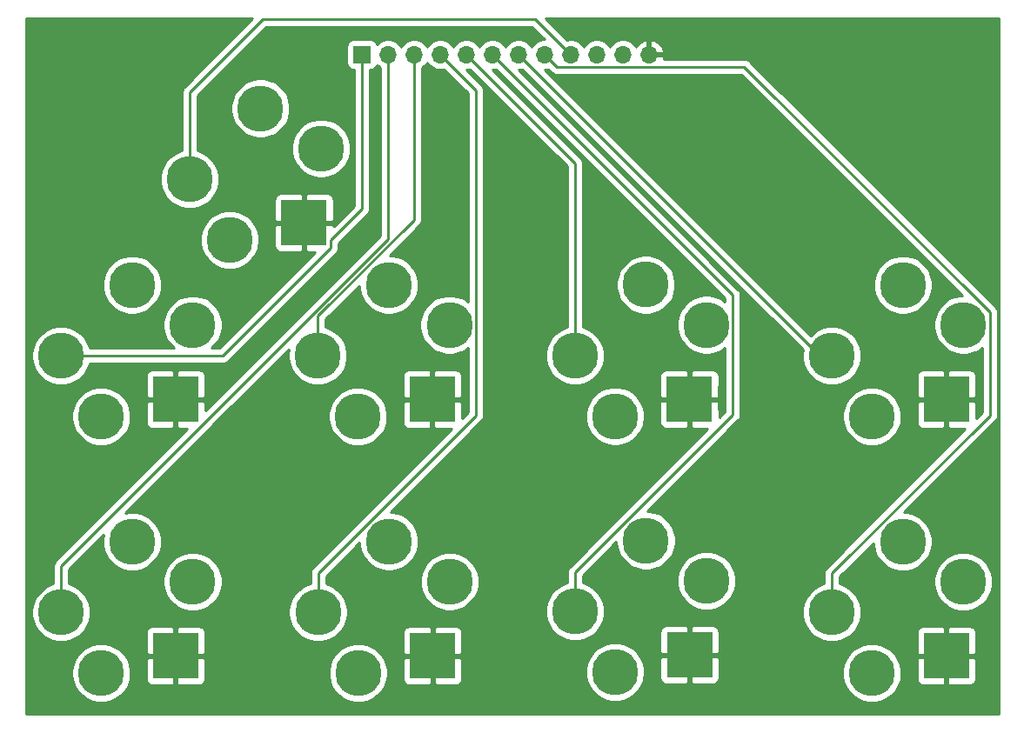
<source format=gbr>
%TF.GenerationSoftware,KiCad,Pcbnew,(5.1.9)-1*%
%TF.CreationDate,2021-08-20T18:58:32+01:00*%
%TF.ProjectId,KOSMOS LFO6 Jack Panel,4b4f534d-4f53-4204-9c46-4f36204a6163,rev?*%
%TF.SameCoordinates,Original*%
%TF.FileFunction,Copper,L1,Top*%
%TF.FilePolarity,Positive*%
%FSLAX46Y46*%
G04 Gerber Fmt 4.6, Leading zero omitted, Abs format (unit mm)*
G04 Created by KiCad (PCBNEW (5.1.9)-1) date 2021-08-20 18:58:32*
%MOMM*%
%LPD*%
G01*
G04 APERTURE LIST*
%TA.AperFunction,ComponentPad*%
%ADD10R,1.700000X1.700000*%
%TD*%
%TA.AperFunction,ComponentPad*%
%ADD11O,1.700000X1.700000*%
%TD*%
%TA.AperFunction,ComponentPad*%
%ADD12C,4.500000*%
%TD*%
%TA.AperFunction,ComponentPad*%
%ADD13R,4.500001X4.500001*%
%TD*%
%TA.AperFunction,ComponentPad*%
%ADD14C,4.500001*%
%TD*%
%TA.AperFunction,Conductor*%
%ADD15C,0.250000*%
%TD*%
%TA.AperFunction,Conductor*%
%ADD16C,0.254000*%
%TD*%
%TA.AperFunction,Conductor*%
%ADD17C,0.100000*%
%TD*%
G04 APERTURE END LIST*
D10*
%TO.P,J1,1*%
%TO.N,/Lfo1UniOut*%
X49300000Y-17880000D03*
D11*
%TO.P,J1,2*%
%TO.N,/Lfo1BiOut*%
X51840000Y-17880000D03*
%TO.P,J1,3*%
%TO.N,/Lfo2UniOut*%
X54380000Y-17880000D03*
%TO.P,J1,4*%
%TO.N,/Lfo2BiOut*%
X56920000Y-17880000D03*
%TO.P,J1,5*%
%TO.N,/Lfo3UniOut*%
X59460000Y-17880000D03*
%TO.P,J1,6*%
%TO.N,/Lfo3BiOut*%
X62000000Y-17880000D03*
%TO.P,J1,7*%
%TO.N,/Lfo4UniOut*%
X64540000Y-17880000D03*
%TO.P,J1,8*%
%TO.N,/Lfo4BiOut*%
X67080000Y-17880000D03*
%TO.P,J1,9*%
%TO.N,/cv1in*%
X69620000Y-17880000D03*
%TO.P,J1,10*%
%TO.N,Net-(J1-Pad10)*%
X72160000Y-17880000D03*
%TO.P,J1,11*%
%TO.N,Net-(J1-Pad11)*%
X74700000Y-17880000D03*
%TO.P,J1,12*%
%TO.N,GND*%
X77240000Y-17880000D03*
%TD*%
D12*
%TO.P,J2,T*%
%TO.N,/Lfo1UniOut*%
X20030000Y-47200000D03*
D13*
%TO.P,J2,S*%
%TO.N,GND*%
X31170000Y-51440000D03*
D14*
%TO.P,J2,R*%
%TO.N,N/C*%
X26930000Y-40300000D03*
D12*
%TO.P,J2,TN*%
X23930000Y-53100000D03*
D14*
%TO.P,J2,RN*%
X32830000Y-44200000D03*
%TD*%
%TO.P,J3,RN*%
%TO.N,N/C*%
X32830000Y-69190000D03*
D12*
%TO.P,J3,TN*%
X23930000Y-78090000D03*
D14*
%TO.P,J3,R*%
X26930000Y-65290000D03*
D13*
%TO.P,J3,S*%
%TO.N,GND*%
X31170000Y-76430000D03*
D12*
%TO.P,J3,T*%
%TO.N,/Lfo1BiOut*%
X20030000Y-72190000D03*
%TD*%
%TO.P,J4,T*%
%TO.N,/Lfo2UniOut*%
X45010000Y-47200000D03*
D13*
%TO.P,J4,S*%
%TO.N,GND*%
X56150000Y-51440000D03*
D14*
%TO.P,J4,R*%
%TO.N,N/C*%
X51910000Y-40300000D03*
D12*
%TO.P,J4,TN*%
X48910000Y-53100000D03*
D14*
%TO.P,J4,RN*%
X57810000Y-44200000D03*
%TD*%
%TO.P,J5,RN*%
%TO.N,N/C*%
X57830000Y-69180000D03*
D12*
%TO.P,J5,TN*%
X48930000Y-78080000D03*
D14*
%TO.P,J5,R*%
X51930000Y-65280000D03*
D13*
%TO.P,J5,S*%
%TO.N,GND*%
X56170000Y-76420000D03*
D12*
%TO.P,J5,T*%
%TO.N,/Lfo2BiOut*%
X45030000Y-72180000D03*
%TD*%
%TO.P,J6,T*%
%TO.N,/cv1in*%
X32530000Y-30010000D03*
D13*
%TO.P,J6,S*%
%TO.N,GND*%
X43670000Y-34250000D03*
D14*
%TO.P,J6,R*%
%TO.N,N/C*%
X39430000Y-23110000D03*
D12*
%TO.P,J6,TN*%
X36430000Y-35910000D03*
D14*
%TO.P,J6,RN*%
X45330000Y-27010000D03*
%TD*%
D12*
%TO.P,J7,T*%
%TO.N,/Lfo3UniOut*%
X70030000Y-47190000D03*
D13*
%TO.P,J7,S*%
%TO.N,GND*%
X81170000Y-51430000D03*
D14*
%TO.P,J7,R*%
%TO.N,N/C*%
X76930000Y-40290000D03*
D12*
%TO.P,J7,TN*%
X73930000Y-53090000D03*
D14*
%TO.P,J7,RN*%
X82830000Y-44190000D03*
%TD*%
%TO.P,J8,RN*%
%TO.N,N/C*%
X82840000Y-69100000D03*
D12*
%TO.P,J8,TN*%
X73940000Y-78000000D03*
D14*
%TO.P,J8,R*%
X76940000Y-65200000D03*
D13*
%TO.P,J8,S*%
%TO.N,GND*%
X81180000Y-76340000D03*
D12*
%TO.P,J8,T*%
%TO.N,/Lfo3BiOut*%
X70040000Y-72100000D03*
%TD*%
%TO.P,J9,T*%
%TO.N,/Lfo4UniOut*%
X95040000Y-47200000D03*
D13*
%TO.P,J9,S*%
%TO.N,GND*%
X106180000Y-51440000D03*
D14*
%TO.P,J9,R*%
%TO.N,N/C*%
X101940000Y-40300000D03*
D12*
%TO.P,J9,TN*%
X98940000Y-53100000D03*
D14*
%TO.P,J9,RN*%
X107840000Y-44200000D03*
%TD*%
%TO.P,J10,RN*%
%TO.N,N/C*%
X107830000Y-69190000D03*
D12*
%TO.P,J10,TN*%
X98930000Y-78090000D03*
D14*
%TO.P,J10,R*%
X101930000Y-65290000D03*
D13*
%TO.P,J10,S*%
%TO.N,GND*%
X106170000Y-76430000D03*
D12*
%TO.P,J10,T*%
%TO.N,/Lfo4BiOut*%
X95030000Y-72190000D03*
%TD*%
D15*
%TO.N,/Lfo1UniOut*%
X46259989Y-35953600D02*
X49300000Y-32913589D01*
X35763589Y-47200000D02*
X46259989Y-36703600D01*
X46259989Y-36703600D02*
X46259989Y-35953600D01*
X49300000Y-32913589D02*
X49300000Y-17880000D01*
X20030000Y-47200000D02*
X35763589Y-47200000D01*
%TO.N,/Lfo1BiOut*%
X20030000Y-67665004D02*
X51840000Y-35855004D01*
X20030000Y-72190000D02*
X20030000Y-67665004D01*
X51840000Y-35855004D02*
X51840000Y-17880000D01*
%TO.N,/Lfo2UniOut*%
X45010000Y-47200000D02*
X45010000Y-43321415D01*
X45010000Y-43321415D02*
X54380000Y-33951415D01*
X54380000Y-33951415D02*
X54380000Y-17880000D01*
%TO.N,/Lfo2BiOut*%
X60385001Y-21345001D02*
X56920000Y-17880000D01*
X60385001Y-53013997D02*
X60385001Y-21345001D01*
X45030000Y-68368998D02*
X60385001Y-53013997D01*
X45030000Y-72180000D02*
X45030000Y-68368998D01*
%TO.N,/Lfo3UniOut*%
X70030000Y-47190000D02*
X70030000Y-28450000D01*
X70030000Y-28450000D02*
X59460000Y-17880000D01*
%TO.N,/Lfo3BiOut*%
X85405001Y-41285001D02*
X62000000Y-17880000D01*
X85405001Y-52923997D02*
X85405001Y-41285001D01*
X70040000Y-68288998D02*
X85405001Y-52923997D01*
X70040000Y-72100000D02*
X70040000Y-68288998D01*
%TO.N,/Lfo4UniOut*%
X93860000Y-47200000D02*
X64540000Y-17880000D01*
X95040000Y-47200000D02*
X93860000Y-47200000D01*
%TO.N,/Lfo4BiOut*%
X68255001Y-19055001D02*
X67080000Y-17880000D01*
X86506003Y-19055001D02*
X68255001Y-19055001D01*
X110415001Y-42963999D02*
X86506003Y-19055001D01*
X110415001Y-52993997D02*
X110415001Y-42963999D01*
X95030000Y-68378998D02*
X110415001Y-52993997D01*
X95030000Y-72190000D02*
X95030000Y-68378998D01*
%TO.N,/cv1in*%
X32530000Y-30010000D02*
X32530000Y-21570000D01*
X32530000Y-21570000D02*
X39680000Y-14420000D01*
X66160000Y-14420000D02*
X69620000Y-17880000D01*
X39680000Y-14420000D02*
X66160000Y-14420000D01*
%TD*%
D16*
%TO.N,GND*%
X32018998Y-21006201D02*
X31990000Y-21029999D01*
X31966202Y-21058997D01*
X31966201Y-21058998D01*
X31895026Y-21145724D01*
X31824454Y-21277754D01*
X31780998Y-21421015D01*
X31766324Y-21570000D01*
X31770001Y-21607332D01*
X31770000Y-27219653D01*
X31688477Y-27235869D01*
X31163440Y-27453346D01*
X30690920Y-27769074D01*
X30289074Y-28170920D01*
X29973346Y-28643440D01*
X29755869Y-29168477D01*
X29645000Y-29725852D01*
X29645000Y-30294148D01*
X29755869Y-30851523D01*
X29973346Y-31376560D01*
X30289074Y-31849080D01*
X30690920Y-32250926D01*
X31163440Y-32566654D01*
X31688477Y-32784131D01*
X32245852Y-32895000D01*
X32814148Y-32895000D01*
X33371523Y-32784131D01*
X33896560Y-32566654D01*
X34369080Y-32250926D01*
X34620006Y-32000000D01*
X40781928Y-32000000D01*
X40785000Y-33964250D01*
X40943750Y-34123000D01*
X43543000Y-34123000D01*
X43543000Y-31523750D01*
X43797000Y-31523750D01*
X43797000Y-34123000D01*
X46396250Y-34123000D01*
X46555000Y-33964250D01*
X46558072Y-32000000D01*
X46545812Y-31875518D01*
X46509502Y-31755820D01*
X46450537Y-31645506D01*
X46371185Y-31548815D01*
X46274494Y-31469463D01*
X46164180Y-31410498D01*
X46044482Y-31374188D01*
X45920000Y-31361928D01*
X43955750Y-31365000D01*
X43797000Y-31523750D01*
X43543000Y-31523750D01*
X43384250Y-31365000D01*
X41420000Y-31361928D01*
X41295518Y-31374188D01*
X41175820Y-31410498D01*
X41065506Y-31469463D01*
X40968815Y-31548815D01*
X40889463Y-31645506D01*
X40830498Y-31755820D01*
X40794188Y-31875518D01*
X40781928Y-32000000D01*
X34620006Y-32000000D01*
X34770926Y-31849080D01*
X35086654Y-31376560D01*
X35304131Y-30851523D01*
X35415000Y-30294148D01*
X35415000Y-29725852D01*
X35304131Y-29168477D01*
X35086654Y-28643440D01*
X34770926Y-28170920D01*
X34369080Y-27769074D01*
X33896560Y-27453346D01*
X33371523Y-27235869D01*
X33290000Y-27219653D01*
X33290000Y-26725852D01*
X42445000Y-26725852D01*
X42445000Y-27294148D01*
X42555869Y-27851523D01*
X42773346Y-28376560D01*
X43089074Y-28849080D01*
X43490920Y-29250926D01*
X43963440Y-29566654D01*
X44488477Y-29784131D01*
X45045852Y-29895000D01*
X45614148Y-29895000D01*
X46171523Y-29784131D01*
X46696560Y-29566654D01*
X47169080Y-29250926D01*
X47570926Y-28849080D01*
X47886654Y-28376560D01*
X48104131Y-27851523D01*
X48215000Y-27294148D01*
X48215000Y-26725852D01*
X48104131Y-26168477D01*
X47886654Y-25643440D01*
X47570926Y-25170920D01*
X47169080Y-24769074D01*
X46696560Y-24453346D01*
X46171523Y-24235869D01*
X45614148Y-24125000D01*
X45045852Y-24125000D01*
X44488477Y-24235869D01*
X43963440Y-24453346D01*
X43490920Y-24769074D01*
X43089074Y-25170920D01*
X42773346Y-25643440D01*
X42555869Y-26168477D01*
X42445000Y-26725852D01*
X33290000Y-26725852D01*
X33290000Y-22825852D01*
X36545000Y-22825852D01*
X36545000Y-23394148D01*
X36655869Y-23951523D01*
X36873346Y-24476560D01*
X37189074Y-24949080D01*
X37590920Y-25350926D01*
X38063440Y-25666654D01*
X38588477Y-25884131D01*
X39145852Y-25995000D01*
X39714148Y-25995000D01*
X40271523Y-25884131D01*
X40796560Y-25666654D01*
X41269080Y-25350926D01*
X41670926Y-24949080D01*
X41986654Y-24476560D01*
X42204131Y-23951523D01*
X42315000Y-23394148D01*
X42315000Y-22825852D01*
X42204131Y-22268477D01*
X41986654Y-21743440D01*
X41670926Y-21270920D01*
X41269080Y-20869074D01*
X40796560Y-20553346D01*
X40271523Y-20335869D01*
X39714148Y-20225000D01*
X39145852Y-20225000D01*
X38588477Y-20335869D01*
X38063440Y-20553346D01*
X37590920Y-20869074D01*
X37189074Y-21270920D01*
X36873346Y-21743440D01*
X36655869Y-22268477D01*
X36545000Y-22825852D01*
X33290000Y-22825852D01*
X33290000Y-21884801D01*
X39994802Y-15180000D01*
X65845199Y-15180000D01*
X67060199Y-16395000D01*
X66933740Y-16395000D01*
X66646842Y-16452068D01*
X66376589Y-16564010D01*
X66133368Y-16726525D01*
X65926525Y-16933368D01*
X65810000Y-17107760D01*
X65693475Y-16933368D01*
X65486632Y-16726525D01*
X65243411Y-16564010D01*
X64973158Y-16452068D01*
X64686260Y-16395000D01*
X64393740Y-16395000D01*
X64106842Y-16452068D01*
X63836589Y-16564010D01*
X63593368Y-16726525D01*
X63386525Y-16933368D01*
X63270000Y-17107760D01*
X63153475Y-16933368D01*
X62946632Y-16726525D01*
X62703411Y-16564010D01*
X62433158Y-16452068D01*
X62146260Y-16395000D01*
X61853740Y-16395000D01*
X61566842Y-16452068D01*
X61296589Y-16564010D01*
X61053368Y-16726525D01*
X60846525Y-16933368D01*
X60730000Y-17107760D01*
X60613475Y-16933368D01*
X60406632Y-16726525D01*
X60163411Y-16564010D01*
X59893158Y-16452068D01*
X59606260Y-16395000D01*
X59313740Y-16395000D01*
X59026842Y-16452068D01*
X58756589Y-16564010D01*
X58513368Y-16726525D01*
X58306525Y-16933368D01*
X58190000Y-17107760D01*
X58073475Y-16933368D01*
X57866632Y-16726525D01*
X57623411Y-16564010D01*
X57353158Y-16452068D01*
X57066260Y-16395000D01*
X56773740Y-16395000D01*
X56486842Y-16452068D01*
X56216589Y-16564010D01*
X55973368Y-16726525D01*
X55766525Y-16933368D01*
X55650000Y-17107760D01*
X55533475Y-16933368D01*
X55326632Y-16726525D01*
X55083411Y-16564010D01*
X54813158Y-16452068D01*
X54526260Y-16395000D01*
X54233740Y-16395000D01*
X53946842Y-16452068D01*
X53676589Y-16564010D01*
X53433368Y-16726525D01*
X53226525Y-16933368D01*
X53110000Y-17107760D01*
X52993475Y-16933368D01*
X52786632Y-16726525D01*
X52543411Y-16564010D01*
X52273158Y-16452068D01*
X51986260Y-16395000D01*
X51693740Y-16395000D01*
X51406842Y-16452068D01*
X51136589Y-16564010D01*
X50893368Y-16726525D01*
X50761513Y-16858380D01*
X50739502Y-16785820D01*
X50680537Y-16675506D01*
X50601185Y-16578815D01*
X50504494Y-16499463D01*
X50394180Y-16440498D01*
X50274482Y-16404188D01*
X50150000Y-16391928D01*
X48450000Y-16391928D01*
X48325518Y-16404188D01*
X48205820Y-16440498D01*
X48095506Y-16499463D01*
X47998815Y-16578815D01*
X47919463Y-16675506D01*
X47860498Y-16785820D01*
X47824188Y-16905518D01*
X47811928Y-17030000D01*
X47811928Y-18730000D01*
X47824188Y-18854482D01*
X47860498Y-18974180D01*
X47919463Y-19084494D01*
X47998815Y-19181185D01*
X48095506Y-19260537D01*
X48205820Y-19319502D01*
X48325518Y-19355812D01*
X48450000Y-19368072D01*
X48540001Y-19368072D01*
X48540000Y-32598787D01*
X46555075Y-34583713D01*
X46555000Y-34535750D01*
X46396250Y-34377000D01*
X43797000Y-34377000D01*
X43797000Y-36976250D01*
X43955750Y-37135000D01*
X44752541Y-37136246D01*
X35448788Y-46440000D01*
X34670006Y-46440000D01*
X35070926Y-46039080D01*
X35386654Y-45566560D01*
X35604131Y-45041523D01*
X35715000Y-44484148D01*
X35715000Y-43915852D01*
X35604131Y-43358477D01*
X35386654Y-42833440D01*
X35070926Y-42360920D01*
X34669080Y-41959074D01*
X34196560Y-41643346D01*
X33671523Y-41425869D01*
X33114148Y-41315000D01*
X32545852Y-41315000D01*
X31988477Y-41425869D01*
X31463440Y-41643346D01*
X30990920Y-41959074D01*
X30589074Y-42360920D01*
X30273346Y-42833440D01*
X30055869Y-43358477D01*
X29945000Y-43915852D01*
X29945000Y-44484148D01*
X30055869Y-45041523D01*
X30273346Y-45566560D01*
X30589074Y-46039080D01*
X30989994Y-46440000D01*
X22820347Y-46440000D01*
X22804131Y-46358477D01*
X22586654Y-45833440D01*
X22270926Y-45360920D01*
X21869080Y-44959074D01*
X21396560Y-44643346D01*
X20871523Y-44425869D01*
X20314148Y-44315000D01*
X19745852Y-44315000D01*
X19188477Y-44425869D01*
X18663440Y-44643346D01*
X18190920Y-44959074D01*
X17789074Y-45360920D01*
X17473346Y-45833440D01*
X17255869Y-46358477D01*
X17145000Y-46915852D01*
X17145000Y-47484148D01*
X17255869Y-48041523D01*
X17473346Y-48566560D01*
X17789074Y-49039080D01*
X18190920Y-49440926D01*
X18663440Y-49756654D01*
X19188477Y-49974131D01*
X19745852Y-50085000D01*
X20314148Y-50085000D01*
X20871523Y-49974131D01*
X21396560Y-49756654D01*
X21869080Y-49440926D01*
X22120006Y-49190000D01*
X28281928Y-49190000D01*
X28285000Y-51154250D01*
X28443750Y-51313000D01*
X31043000Y-51313000D01*
X31043000Y-48713750D01*
X31297000Y-48713750D01*
X31297000Y-51313000D01*
X33896250Y-51313000D01*
X34055000Y-51154250D01*
X34058072Y-49190000D01*
X34045812Y-49065518D01*
X34009502Y-48945820D01*
X33950537Y-48835506D01*
X33871185Y-48738815D01*
X33774494Y-48659463D01*
X33664180Y-48600498D01*
X33544482Y-48564188D01*
X33420000Y-48551928D01*
X31455750Y-48555000D01*
X31297000Y-48713750D01*
X31043000Y-48713750D01*
X30884250Y-48555000D01*
X28920000Y-48551928D01*
X28795518Y-48564188D01*
X28675820Y-48600498D01*
X28565506Y-48659463D01*
X28468815Y-48738815D01*
X28389463Y-48835506D01*
X28330498Y-48945820D01*
X28294188Y-49065518D01*
X28281928Y-49190000D01*
X22120006Y-49190000D01*
X22270926Y-49039080D01*
X22586654Y-48566560D01*
X22804131Y-48041523D01*
X22820347Y-47960000D01*
X35726267Y-47960000D01*
X35763589Y-47963676D01*
X35800911Y-47960000D01*
X35800922Y-47960000D01*
X35912575Y-47949003D01*
X36055836Y-47905546D01*
X36187865Y-47834974D01*
X36303590Y-47740001D01*
X36327393Y-47710997D01*
X46770993Y-37267398D01*
X46799990Y-37243601D01*
X46894963Y-37127876D01*
X46965535Y-36995847D01*
X47008992Y-36852586D01*
X47019989Y-36740933D01*
X47019989Y-36740924D01*
X47023665Y-36703601D01*
X47019989Y-36666278D01*
X47019989Y-36268401D01*
X49811004Y-33477387D01*
X49840001Y-33453590D01*
X49934974Y-33337865D01*
X50005546Y-33205836D01*
X50049003Y-33062575D01*
X50060000Y-32950922D01*
X50060000Y-32950914D01*
X50063676Y-32913589D01*
X50060000Y-32876264D01*
X50060000Y-19368072D01*
X50150000Y-19368072D01*
X50274482Y-19355812D01*
X50394180Y-19319502D01*
X50504494Y-19260537D01*
X50601185Y-19181185D01*
X50680537Y-19084494D01*
X50739502Y-18974180D01*
X50761513Y-18901620D01*
X50893368Y-19033475D01*
X51080001Y-19158179D01*
X51080000Y-35540201D01*
X34056311Y-52563891D01*
X34055000Y-51725750D01*
X33896250Y-51567000D01*
X31297000Y-51567000D01*
X31297000Y-54166250D01*
X31455750Y-54325000D01*
X32293891Y-54326311D01*
X19518998Y-67101205D01*
X19490000Y-67125003D01*
X19466202Y-67154001D01*
X19466201Y-67154002D01*
X19395026Y-67240728D01*
X19324454Y-67372758D01*
X19294180Y-67472562D01*
X19280998Y-67516018D01*
X19274356Y-67583452D01*
X19266324Y-67665004D01*
X19270001Y-67702336D01*
X19270001Y-69399653D01*
X19188477Y-69415869D01*
X18663440Y-69633346D01*
X18190920Y-69949074D01*
X17789074Y-70350920D01*
X17473346Y-70823440D01*
X17255869Y-71348477D01*
X17145000Y-71905852D01*
X17145000Y-72474148D01*
X17255869Y-73031523D01*
X17473346Y-73556560D01*
X17789074Y-74029080D01*
X18190920Y-74430926D01*
X18663440Y-74746654D01*
X19188477Y-74964131D01*
X19745852Y-75075000D01*
X20314148Y-75075000D01*
X20871523Y-74964131D01*
X21396560Y-74746654D01*
X21869080Y-74430926D01*
X22120006Y-74180000D01*
X28281928Y-74180000D01*
X28285000Y-76144250D01*
X28443750Y-76303000D01*
X31043000Y-76303000D01*
X31043000Y-73703750D01*
X31297000Y-73703750D01*
X31297000Y-76303000D01*
X33896250Y-76303000D01*
X34055000Y-76144250D01*
X34058072Y-74180000D01*
X34045812Y-74055518D01*
X34009502Y-73935820D01*
X33950537Y-73825506D01*
X33871185Y-73728815D01*
X33774494Y-73649463D01*
X33664180Y-73590498D01*
X33544482Y-73554188D01*
X33420000Y-73541928D01*
X31455750Y-73545000D01*
X31297000Y-73703750D01*
X31043000Y-73703750D01*
X30884250Y-73545000D01*
X28920000Y-73541928D01*
X28795518Y-73554188D01*
X28675820Y-73590498D01*
X28565506Y-73649463D01*
X28468815Y-73728815D01*
X28389463Y-73825506D01*
X28330498Y-73935820D01*
X28294188Y-74055518D01*
X28281928Y-74180000D01*
X22120006Y-74180000D01*
X22270926Y-74029080D01*
X22586654Y-73556560D01*
X22804131Y-73031523D01*
X22915000Y-72474148D01*
X22915000Y-71905852D01*
X22804131Y-71348477D01*
X22586654Y-70823440D01*
X22270926Y-70350920D01*
X21869080Y-69949074D01*
X21396560Y-69633346D01*
X20871523Y-69415869D01*
X20790000Y-69399653D01*
X20790000Y-68905852D01*
X29945000Y-68905852D01*
X29945000Y-69474148D01*
X30055869Y-70031523D01*
X30273346Y-70556560D01*
X30589074Y-71029080D01*
X30990920Y-71430926D01*
X31463440Y-71746654D01*
X31988477Y-71964131D01*
X32545852Y-72075000D01*
X33114148Y-72075000D01*
X33671523Y-71964131D01*
X34196560Y-71746654D01*
X34669080Y-71430926D01*
X35070926Y-71029080D01*
X35386654Y-70556560D01*
X35604131Y-70031523D01*
X35715000Y-69474148D01*
X35715000Y-68905852D01*
X35604131Y-68348477D01*
X35386654Y-67823440D01*
X35070926Y-67350920D01*
X34669080Y-66949074D01*
X34196560Y-66633346D01*
X33671523Y-66415869D01*
X33114148Y-66305000D01*
X32545852Y-66305000D01*
X31988477Y-66415869D01*
X31463440Y-66633346D01*
X30990920Y-66949074D01*
X30589074Y-67350920D01*
X30273346Y-67823440D01*
X30055869Y-68348477D01*
X29945000Y-68905852D01*
X20790000Y-68905852D01*
X20790000Y-67979805D01*
X24114785Y-64655020D01*
X24045000Y-65005852D01*
X24045000Y-65574148D01*
X24155869Y-66131523D01*
X24373346Y-66656560D01*
X24689074Y-67129080D01*
X25090920Y-67530926D01*
X25563440Y-67846654D01*
X26088477Y-68064131D01*
X26645852Y-68175000D01*
X27214148Y-68175000D01*
X27771523Y-68064131D01*
X28296560Y-67846654D01*
X28769080Y-67530926D01*
X29170926Y-67129080D01*
X29486654Y-66656560D01*
X29704131Y-66131523D01*
X29815000Y-65574148D01*
X29815000Y-65005852D01*
X29704131Y-64448477D01*
X29486654Y-63923440D01*
X29170926Y-63450920D01*
X28769080Y-63049074D01*
X28296560Y-62733346D01*
X27771523Y-62515869D01*
X27214148Y-62405000D01*
X26645852Y-62405000D01*
X26295020Y-62474785D01*
X35953954Y-52815852D01*
X46025000Y-52815852D01*
X46025000Y-53384148D01*
X46135869Y-53941523D01*
X46353346Y-54466560D01*
X46669074Y-54939080D01*
X47070920Y-55340926D01*
X47543440Y-55656654D01*
X48068477Y-55874131D01*
X48625852Y-55985000D01*
X49194148Y-55985000D01*
X49751523Y-55874131D01*
X50276560Y-55656654D01*
X50749080Y-55340926D01*
X51150926Y-54939080D01*
X51466654Y-54466560D01*
X51684131Y-53941523D01*
X51734162Y-53690000D01*
X53261928Y-53690000D01*
X53274188Y-53814482D01*
X53310498Y-53934180D01*
X53369463Y-54044494D01*
X53448815Y-54141185D01*
X53545506Y-54220537D01*
X53655820Y-54279502D01*
X53775518Y-54315812D01*
X53900000Y-54328072D01*
X55864250Y-54325000D01*
X56023000Y-54166250D01*
X56023000Y-51567000D01*
X53423750Y-51567000D01*
X53265000Y-51725750D01*
X53261928Y-53690000D01*
X51734162Y-53690000D01*
X51795000Y-53384148D01*
X51795000Y-52815852D01*
X51684131Y-52258477D01*
X51466654Y-51733440D01*
X51150926Y-51260920D01*
X50749080Y-50859074D01*
X50276560Y-50543346D01*
X49751523Y-50325869D01*
X49194148Y-50215000D01*
X48625852Y-50215000D01*
X48068477Y-50325869D01*
X47543440Y-50543346D01*
X47070920Y-50859074D01*
X46669074Y-51260920D01*
X46353346Y-51733440D01*
X46135869Y-52258477D01*
X46025000Y-52815852D01*
X35953954Y-52815852D01*
X42192302Y-46577505D01*
X42125000Y-46915852D01*
X42125000Y-47484148D01*
X42235869Y-48041523D01*
X42453346Y-48566560D01*
X42769074Y-49039080D01*
X43170920Y-49440926D01*
X43643440Y-49756654D01*
X44168477Y-49974131D01*
X44725852Y-50085000D01*
X45294148Y-50085000D01*
X45851523Y-49974131D01*
X46376560Y-49756654D01*
X46849080Y-49440926D01*
X47100006Y-49190000D01*
X53261928Y-49190000D01*
X53265000Y-51154250D01*
X53423750Y-51313000D01*
X56023000Y-51313000D01*
X56023000Y-48713750D01*
X56277000Y-48713750D01*
X56277000Y-51313000D01*
X58876250Y-51313000D01*
X59035000Y-51154250D01*
X59038072Y-49190000D01*
X59025812Y-49065518D01*
X58989502Y-48945820D01*
X58930537Y-48835506D01*
X58851185Y-48738815D01*
X58754494Y-48659463D01*
X58644180Y-48600498D01*
X58524482Y-48564188D01*
X58400000Y-48551928D01*
X56435750Y-48555000D01*
X56277000Y-48713750D01*
X56023000Y-48713750D01*
X55864250Y-48555000D01*
X53900000Y-48551928D01*
X53775518Y-48564188D01*
X53655820Y-48600498D01*
X53545506Y-48659463D01*
X53448815Y-48738815D01*
X53369463Y-48835506D01*
X53310498Y-48945820D01*
X53274188Y-49065518D01*
X53261928Y-49190000D01*
X47100006Y-49190000D01*
X47250926Y-49039080D01*
X47566654Y-48566560D01*
X47784131Y-48041523D01*
X47895000Y-47484148D01*
X47895000Y-46915852D01*
X47784131Y-46358477D01*
X47566654Y-45833440D01*
X47250926Y-45360920D01*
X46849080Y-44959074D01*
X46376560Y-44643346D01*
X45851523Y-44425869D01*
X45770000Y-44409653D01*
X45770000Y-43636216D01*
X49025000Y-40381216D01*
X49025000Y-40584148D01*
X49135869Y-41141523D01*
X49353346Y-41666560D01*
X49669074Y-42139080D01*
X50070920Y-42540926D01*
X50543440Y-42856654D01*
X51068477Y-43074131D01*
X51625852Y-43185000D01*
X52194148Y-43185000D01*
X52751523Y-43074131D01*
X53276560Y-42856654D01*
X53749080Y-42540926D01*
X54150926Y-42139080D01*
X54466654Y-41666560D01*
X54684131Y-41141523D01*
X54795000Y-40584148D01*
X54795000Y-40015852D01*
X54684131Y-39458477D01*
X54466654Y-38933440D01*
X54150926Y-38460920D01*
X53749080Y-38059074D01*
X53276560Y-37743346D01*
X52751523Y-37525869D01*
X52194148Y-37415000D01*
X51991217Y-37415000D01*
X54891004Y-34515213D01*
X54920001Y-34491416D01*
X54946332Y-34459332D01*
X55014974Y-34375692D01*
X55085546Y-34243662D01*
X55085546Y-34243661D01*
X55129003Y-34100401D01*
X55140000Y-33988748D01*
X55140000Y-33988739D01*
X55143676Y-33951416D01*
X55140000Y-33914093D01*
X55140000Y-19158178D01*
X55326632Y-19033475D01*
X55533475Y-18826632D01*
X55650000Y-18652240D01*
X55766525Y-18826632D01*
X55973368Y-19033475D01*
X56216589Y-19195990D01*
X56486842Y-19307932D01*
X56773740Y-19365000D01*
X57066260Y-19365000D01*
X57286408Y-19321210D01*
X59625002Y-21659805D01*
X59625001Y-41942985D01*
X59176560Y-41643346D01*
X58651523Y-41425869D01*
X58094148Y-41315000D01*
X57525852Y-41315000D01*
X56968477Y-41425869D01*
X56443440Y-41643346D01*
X55970920Y-41959074D01*
X55569074Y-42360920D01*
X55253346Y-42833440D01*
X55035869Y-43358477D01*
X54925000Y-43915852D01*
X54925000Y-44484148D01*
X55035869Y-45041523D01*
X55253346Y-45566560D01*
X55569074Y-46039080D01*
X55970920Y-46440926D01*
X56443440Y-46756654D01*
X56968477Y-46974131D01*
X57525852Y-47085000D01*
X58094148Y-47085000D01*
X58651523Y-46974131D01*
X59176560Y-46756654D01*
X59625001Y-46457015D01*
X59625001Y-52699195D01*
X59037441Y-53286755D01*
X59035000Y-51725750D01*
X58876250Y-51567000D01*
X56277000Y-51567000D01*
X56277000Y-54166250D01*
X56435750Y-54325000D01*
X57996755Y-54327441D01*
X44518998Y-67805199D01*
X44490000Y-67828997D01*
X44466202Y-67857995D01*
X44466201Y-67857996D01*
X44395026Y-67944722D01*
X44324454Y-68076752D01*
X44321421Y-68086752D01*
X44280998Y-68220012D01*
X44274203Y-68288998D01*
X44266324Y-68368998D01*
X44270001Y-68406330D01*
X44270001Y-69389653D01*
X44188477Y-69405869D01*
X43663440Y-69623346D01*
X43190920Y-69939074D01*
X42789074Y-70340920D01*
X42473346Y-70813440D01*
X42255869Y-71338477D01*
X42145000Y-71895852D01*
X42145000Y-72464148D01*
X42255869Y-73021523D01*
X42473346Y-73546560D01*
X42789074Y-74019080D01*
X43190920Y-74420926D01*
X43663440Y-74736654D01*
X44188477Y-74954131D01*
X44745852Y-75065000D01*
X45314148Y-75065000D01*
X45871523Y-74954131D01*
X46396560Y-74736654D01*
X46869080Y-74420926D01*
X47120006Y-74170000D01*
X53281928Y-74170000D01*
X53285000Y-76134250D01*
X53443750Y-76293000D01*
X56043000Y-76293000D01*
X56043000Y-73693750D01*
X56297000Y-73693750D01*
X56297000Y-76293000D01*
X58896250Y-76293000D01*
X59055000Y-76134250D01*
X59058072Y-74170000D01*
X59045812Y-74045518D01*
X59009502Y-73925820D01*
X58950537Y-73815506D01*
X58871185Y-73718815D01*
X58774494Y-73639463D01*
X58664180Y-73580498D01*
X58544482Y-73544188D01*
X58420000Y-73531928D01*
X56455750Y-73535000D01*
X56297000Y-73693750D01*
X56043000Y-73693750D01*
X55884250Y-73535000D01*
X53920000Y-73531928D01*
X53795518Y-73544188D01*
X53675820Y-73580498D01*
X53565506Y-73639463D01*
X53468815Y-73718815D01*
X53389463Y-73815506D01*
X53330498Y-73925820D01*
X53294188Y-74045518D01*
X53281928Y-74170000D01*
X47120006Y-74170000D01*
X47270926Y-74019080D01*
X47586654Y-73546560D01*
X47804131Y-73021523D01*
X47915000Y-72464148D01*
X47915000Y-71895852D01*
X47804131Y-71338477D01*
X47586654Y-70813440D01*
X47270926Y-70340920D01*
X46869080Y-69939074D01*
X46396560Y-69623346D01*
X45871523Y-69405869D01*
X45790000Y-69389653D01*
X45790000Y-68895852D01*
X54945000Y-68895852D01*
X54945000Y-69464148D01*
X55055869Y-70021523D01*
X55273346Y-70546560D01*
X55589074Y-71019080D01*
X55990920Y-71420926D01*
X56463440Y-71736654D01*
X56988477Y-71954131D01*
X57545852Y-72065000D01*
X58114148Y-72065000D01*
X58671523Y-71954131D01*
X59196560Y-71736654D01*
X59669080Y-71420926D01*
X60070926Y-71019080D01*
X60386654Y-70546560D01*
X60604131Y-70021523D01*
X60715000Y-69464148D01*
X60715000Y-68895852D01*
X60604131Y-68338477D01*
X60386654Y-67813440D01*
X60070926Y-67340920D01*
X59669080Y-66939074D01*
X59196560Y-66623346D01*
X58671523Y-66405869D01*
X58114148Y-66295000D01*
X57545852Y-66295000D01*
X56988477Y-66405869D01*
X56463440Y-66623346D01*
X55990920Y-66939074D01*
X55589074Y-67340920D01*
X55273346Y-67813440D01*
X55055869Y-68338477D01*
X54945000Y-68895852D01*
X45790000Y-68895852D01*
X45790000Y-68683799D01*
X49045000Y-65428799D01*
X49045000Y-65564148D01*
X49155869Y-66121523D01*
X49373346Y-66646560D01*
X49689074Y-67119080D01*
X50090920Y-67520926D01*
X50563440Y-67836654D01*
X51088477Y-68054131D01*
X51645852Y-68165000D01*
X52214148Y-68165000D01*
X52771523Y-68054131D01*
X53296560Y-67836654D01*
X53769080Y-67520926D01*
X54170926Y-67119080D01*
X54486654Y-66646560D01*
X54704131Y-66121523D01*
X54815000Y-65564148D01*
X54815000Y-64995852D01*
X54704131Y-64438477D01*
X54486654Y-63913440D01*
X54170926Y-63440920D01*
X53769080Y-63039074D01*
X53296560Y-62723346D01*
X52771523Y-62505869D01*
X52214148Y-62395000D01*
X52078799Y-62395000D01*
X60896005Y-53577795D01*
X60925002Y-53553998D01*
X61019975Y-53438273D01*
X61090547Y-53306244D01*
X61134004Y-53162983D01*
X61145001Y-53051330D01*
X61145001Y-53051322D01*
X61148677Y-53013997D01*
X61145001Y-52976672D01*
X61145001Y-52805852D01*
X71045000Y-52805852D01*
X71045000Y-53374148D01*
X71155869Y-53931523D01*
X71373346Y-54456560D01*
X71689074Y-54929080D01*
X72090920Y-55330926D01*
X72563440Y-55646654D01*
X73088477Y-55864131D01*
X73645852Y-55975000D01*
X74214148Y-55975000D01*
X74771523Y-55864131D01*
X75296560Y-55646654D01*
X75769080Y-55330926D01*
X76170926Y-54929080D01*
X76486654Y-54456560D01*
X76704131Y-53931523D01*
X76754162Y-53680000D01*
X78281928Y-53680000D01*
X78294188Y-53804482D01*
X78330498Y-53924180D01*
X78389463Y-54034494D01*
X78468815Y-54131185D01*
X78565506Y-54210537D01*
X78675820Y-54269502D01*
X78795518Y-54305812D01*
X78920000Y-54318072D01*
X80884250Y-54315000D01*
X81043000Y-54156250D01*
X81043000Y-51557000D01*
X78443750Y-51557000D01*
X78285000Y-51715750D01*
X78281928Y-53680000D01*
X76754162Y-53680000D01*
X76815000Y-53374148D01*
X76815000Y-52805852D01*
X76704131Y-52248477D01*
X76486654Y-51723440D01*
X76170926Y-51250920D01*
X75769080Y-50849074D01*
X75296560Y-50533346D01*
X74771523Y-50315869D01*
X74214148Y-50205000D01*
X73645852Y-50205000D01*
X73088477Y-50315869D01*
X72563440Y-50533346D01*
X72090920Y-50849074D01*
X71689074Y-51250920D01*
X71373346Y-51723440D01*
X71155869Y-52248477D01*
X71045000Y-52805852D01*
X61145001Y-52805852D01*
X61145001Y-21382323D01*
X61148677Y-21345000D01*
X61145001Y-21307677D01*
X61145001Y-21307668D01*
X61134004Y-21196015D01*
X61090547Y-21052754D01*
X61019975Y-20920725D01*
X61006812Y-20904686D01*
X60948800Y-20833997D01*
X60948796Y-20833993D01*
X60925002Y-20805000D01*
X60896009Y-20781206D01*
X59479802Y-19365000D01*
X59606260Y-19365000D01*
X59826408Y-19321209D01*
X69270001Y-28764803D01*
X69270000Y-44399653D01*
X69188477Y-44415869D01*
X68663440Y-44633346D01*
X68190920Y-44949074D01*
X67789074Y-45350920D01*
X67473346Y-45823440D01*
X67255869Y-46348477D01*
X67145000Y-46905852D01*
X67145000Y-47474148D01*
X67255869Y-48031523D01*
X67473346Y-48556560D01*
X67789074Y-49029080D01*
X68190920Y-49430926D01*
X68663440Y-49746654D01*
X69188477Y-49964131D01*
X69745852Y-50075000D01*
X70314148Y-50075000D01*
X70871523Y-49964131D01*
X71396560Y-49746654D01*
X71869080Y-49430926D01*
X72120006Y-49180000D01*
X78281928Y-49180000D01*
X78285000Y-51144250D01*
X78443750Y-51303000D01*
X81043000Y-51303000D01*
X81043000Y-48703750D01*
X81297000Y-48703750D01*
X81297000Y-51303000D01*
X83896250Y-51303000D01*
X84055000Y-51144250D01*
X84058072Y-49180000D01*
X84045812Y-49055518D01*
X84009502Y-48935820D01*
X83950537Y-48825506D01*
X83871185Y-48728815D01*
X83774494Y-48649463D01*
X83664180Y-48590498D01*
X83544482Y-48554188D01*
X83420000Y-48541928D01*
X81455750Y-48545000D01*
X81297000Y-48703750D01*
X81043000Y-48703750D01*
X80884250Y-48545000D01*
X78920000Y-48541928D01*
X78795518Y-48554188D01*
X78675820Y-48590498D01*
X78565506Y-48649463D01*
X78468815Y-48728815D01*
X78389463Y-48825506D01*
X78330498Y-48935820D01*
X78294188Y-49055518D01*
X78281928Y-49180000D01*
X72120006Y-49180000D01*
X72270926Y-49029080D01*
X72586654Y-48556560D01*
X72804131Y-48031523D01*
X72915000Y-47474148D01*
X72915000Y-46905852D01*
X72804131Y-46348477D01*
X72586654Y-45823440D01*
X72270926Y-45350920D01*
X71869080Y-44949074D01*
X71396560Y-44633346D01*
X70871523Y-44415869D01*
X70790000Y-44399653D01*
X70790000Y-40005852D01*
X74045000Y-40005852D01*
X74045000Y-40574148D01*
X74155869Y-41131523D01*
X74373346Y-41656560D01*
X74689074Y-42129080D01*
X75090920Y-42530926D01*
X75563440Y-42846654D01*
X76088477Y-43064131D01*
X76645852Y-43175000D01*
X77214148Y-43175000D01*
X77771523Y-43064131D01*
X78296560Y-42846654D01*
X78769080Y-42530926D01*
X79170926Y-42129080D01*
X79486654Y-41656560D01*
X79704131Y-41131523D01*
X79815000Y-40574148D01*
X79815000Y-40005852D01*
X79704131Y-39448477D01*
X79486654Y-38923440D01*
X79170926Y-38450920D01*
X78769080Y-38049074D01*
X78296560Y-37733346D01*
X77771523Y-37515869D01*
X77214148Y-37405000D01*
X76645852Y-37405000D01*
X76088477Y-37515869D01*
X75563440Y-37733346D01*
X75090920Y-38049074D01*
X74689074Y-38450920D01*
X74373346Y-38923440D01*
X74155869Y-39448477D01*
X74045000Y-40005852D01*
X70790000Y-40005852D01*
X70790000Y-28487322D01*
X70793676Y-28449999D01*
X70790000Y-28412676D01*
X70790000Y-28412667D01*
X70779003Y-28301014D01*
X70735546Y-28157753D01*
X70664974Y-28025724D01*
X70570001Y-27909999D01*
X70541003Y-27886201D01*
X62019801Y-19365000D01*
X62146260Y-19365000D01*
X62366408Y-19321209D01*
X84645002Y-41599804D01*
X84645002Y-41932986D01*
X84196560Y-41633346D01*
X83671523Y-41415869D01*
X83114148Y-41305000D01*
X82545852Y-41305000D01*
X81988477Y-41415869D01*
X81463440Y-41633346D01*
X80990920Y-41949074D01*
X80589074Y-42350920D01*
X80273346Y-42823440D01*
X80055869Y-43348477D01*
X79945000Y-43905852D01*
X79945000Y-44474148D01*
X80055869Y-45031523D01*
X80273346Y-45556560D01*
X80589074Y-46029080D01*
X80990920Y-46430926D01*
X81463440Y-46746654D01*
X81988477Y-46964131D01*
X82545852Y-47075000D01*
X83114148Y-47075000D01*
X83671523Y-46964131D01*
X84196560Y-46746654D01*
X84645002Y-46447015D01*
X84645001Y-52609195D01*
X84057316Y-53196880D01*
X84055000Y-51715750D01*
X83896250Y-51557000D01*
X81297000Y-51557000D01*
X81297000Y-54156250D01*
X81455750Y-54315000D01*
X82936880Y-54317316D01*
X69528998Y-67725199D01*
X69500000Y-67748997D01*
X69476202Y-67777995D01*
X69476201Y-67777996D01*
X69405026Y-67864722D01*
X69334454Y-67996752D01*
X69317049Y-68054131D01*
X69290998Y-68140012D01*
X69282253Y-68228803D01*
X69276324Y-68288998D01*
X69280001Y-68326330D01*
X69280001Y-69309653D01*
X69198477Y-69325869D01*
X68673440Y-69543346D01*
X68200920Y-69859074D01*
X67799074Y-70260920D01*
X67483346Y-70733440D01*
X67265869Y-71258477D01*
X67155000Y-71815852D01*
X67155000Y-72384148D01*
X67265869Y-72941523D01*
X67483346Y-73466560D01*
X67799074Y-73939080D01*
X68200920Y-74340926D01*
X68673440Y-74656654D01*
X69198477Y-74874131D01*
X69755852Y-74985000D01*
X70324148Y-74985000D01*
X70881523Y-74874131D01*
X71406560Y-74656654D01*
X71879080Y-74340926D01*
X72130006Y-74090000D01*
X78291928Y-74090000D01*
X78295000Y-76054250D01*
X78453750Y-76213000D01*
X81053000Y-76213000D01*
X81053000Y-73613750D01*
X81307000Y-73613750D01*
X81307000Y-76213000D01*
X83906250Y-76213000D01*
X84065000Y-76054250D01*
X84068072Y-74090000D01*
X84055812Y-73965518D01*
X84019502Y-73845820D01*
X83960537Y-73735506D01*
X83881185Y-73638815D01*
X83784494Y-73559463D01*
X83674180Y-73500498D01*
X83554482Y-73464188D01*
X83430000Y-73451928D01*
X81465750Y-73455000D01*
X81307000Y-73613750D01*
X81053000Y-73613750D01*
X80894250Y-73455000D01*
X78930000Y-73451928D01*
X78805518Y-73464188D01*
X78685820Y-73500498D01*
X78575506Y-73559463D01*
X78478815Y-73638815D01*
X78399463Y-73735506D01*
X78340498Y-73845820D01*
X78304188Y-73965518D01*
X78291928Y-74090000D01*
X72130006Y-74090000D01*
X72280926Y-73939080D01*
X72596654Y-73466560D01*
X72814131Y-72941523D01*
X72925000Y-72384148D01*
X72925000Y-71815852D01*
X72814131Y-71258477D01*
X72596654Y-70733440D01*
X72280926Y-70260920D01*
X71879080Y-69859074D01*
X71406560Y-69543346D01*
X70881523Y-69325869D01*
X70800000Y-69309653D01*
X70800000Y-68815852D01*
X79955000Y-68815852D01*
X79955000Y-69384148D01*
X80065869Y-69941523D01*
X80283346Y-70466560D01*
X80599074Y-70939080D01*
X81000920Y-71340926D01*
X81473440Y-71656654D01*
X81998477Y-71874131D01*
X82555852Y-71985000D01*
X83124148Y-71985000D01*
X83681523Y-71874131D01*
X84206560Y-71656654D01*
X84679080Y-71340926D01*
X85080926Y-70939080D01*
X85396654Y-70466560D01*
X85614131Y-69941523D01*
X85725000Y-69384148D01*
X85725000Y-68815852D01*
X85614131Y-68258477D01*
X85396654Y-67733440D01*
X85080926Y-67260920D01*
X84679080Y-66859074D01*
X84206560Y-66543346D01*
X83681523Y-66325869D01*
X83124148Y-66215000D01*
X82555852Y-66215000D01*
X81998477Y-66325869D01*
X81473440Y-66543346D01*
X81000920Y-66859074D01*
X80599074Y-67260920D01*
X80283346Y-67733440D01*
X80065869Y-68258477D01*
X79955000Y-68815852D01*
X70800000Y-68815852D01*
X70800000Y-68603799D01*
X74055000Y-65348799D01*
X74055000Y-65484148D01*
X74165869Y-66041523D01*
X74383346Y-66566560D01*
X74699074Y-67039080D01*
X75100920Y-67440926D01*
X75573440Y-67756654D01*
X76098477Y-67974131D01*
X76655852Y-68085000D01*
X77224148Y-68085000D01*
X77781523Y-67974131D01*
X78306560Y-67756654D01*
X78779080Y-67440926D01*
X79180926Y-67039080D01*
X79496654Y-66566560D01*
X79714131Y-66041523D01*
X79825000Y-65484148D01*
X79825000Y-64915852D01*
X79714131Y-64358477D01*
X79496654Y-63833440D01*
X79180926Y-63360920D01*
X78779080Y-62959074D01*
X78306560Y-62643346D01*
X77781523Y-62425869D01*
X77224148Y-62315000D01*
X77088799Y-62315000D01*
X85916005Y-53487795D01*
X85945002Y-53463998D01*
X86039975Y-53348273D01*
X86110547Y-53216244D01*
X86154004Y-53072983D01*
X86165001Y-52961330D01*
X86165001Y-52961320D01*
X86168677Y-52923997D01*
X86165001Y-52886674D01*
X86165001Y-52815852D01*
X96055000Y-52815852D01*
X96055000Y-53384148D01*
X96165869Y-53941523D01*
X96383346Y-54466560D01*
X96699074Y-54939080D01*
X97100920Y-55340926D01*
X97573440Y-55656654D01*
X98098477Y-55874131D01*
X98655852Y-55985000D01*
X99224148Y-55985000D01*
X99781523Y-55874131D01*
X100306560Y-55656654D01*
X100779080Y-55340926D01*
X101180926Y-54939080D01*
X101496654Y-54466560D01*
X101714131Y-53941523D01*
X101764162Y-53690000D01*
X103291928Y-53690000D01*
X103304188Y-53814482D01*
X103340498Y-53934180D01*
X103399463Y-54044494D01*
X103478815Y-54141185D01*
X103575506Y-54220537D01*
X103685820Y-54279502D01*
X103805518Y-54315812D01*
X103930000Y-54328072D01*
X105894250Y-54325000D01*
X106053000Y-54166250D01*
X106053000Y-51567000D01*
X103453750Y-51567000D01*
X103295000Y-51725750D01*
X103291928Y-53690000D01*
X101764162Y-53690000D01*
X101825000Y-53384148D01*
X101825000Y-52815852D01*
X101714131Y-52258477D01*
X101496654Y-51733440D01*
X101180926Y-51260920D01*
X100779080Y-50859074D01*
X100306560Y-50543346D01*
X99781523Y-50325869D01*
X99224148Y-50215000D01*
X98655852Y-50215000D01*
X98098477Y-50325869D01*
X97573440Y-50543346D01*
X97100920Y-50859074D01*
X96699074Y-51260920D01*
X96383346Y-51733440D01*
X96165869Y-52258477D01*
X96055000Y-52815852D01*
X86165001Y-52815852D01*
X86165001Y-41322324D01*
X86168677Y-41285001D01*
X86165001Y-41247678D01*
X86165001Y-41247668D01*
X86154004Y-41136015D01*
X86110547Y-40992754D01*
X86039975Y-40860725D01*
X85945002Y-40745000D01*
X85916004Y-40721202D01*
X64559801Y-19365000D01*
X64686260Y-19365000D01*
X64906408Y-19321209D01*
X92212413Y-46627215D01*
X92155000Y-46915852D01*
X92155000Y-47484148D01*
X92265869Y-48041523D01*
X92483346Y-48566560D01*
X92799074Y-49039080D01*
X93200920Y-49440926D01*
X93673440Y-49756654D01*
X94198477Y-49974131D01*
X94755852Y-50085000D01*
X95324148Y-50085000D01*
X95881523Y-49974131D01*
X96406560Y-49756654D01*
X96879080Y-49440926D01*
X97130006Y-49190000D01*
X103291928Y-49190000D01*
X103295000Y-51154250D01*
X103453750Y-51313000D01*
X106053000Y-51313000D01*
X106053000Y-48713750D01*
X106307000Y-48713750D01*
X106307000Y-51313000D01*
X108906250Y-51313000D01*
X109065000Y-51154250D01*
X109068072Y-49190000D01*
X109055812Y-49065518D01*
X109019502Y-48945820D01*
X108960537Y-48835506D01*
X108881185Y-48738815D01*
X108784494Y-48659463D01*
X108674180Y-48600498D01*
X108554482Y-48564188D01*
X108430000Y-48551928D01*
X106465750Y-48555000D01*
X106307000Y-48713750D01*
X106053000Y-48713750D01*
X105894250Y-48555000D01*
X103930000Y-48551928D01*
X103805518Y-48564188D01*
X103685820Y-48600498D01*
X103575506Y-48659463D01*
X103478815Y-48738815D01*
X103399463Y-48835506D01*
X103340498Y-48945820D01*
X103304188Y-49065518D01*
X103291928Y-49190000D01*
X97130006Y-49190000D01*
X97280926Y-49039080D01*
X97596654Y-48566560D01*
X97814131Y-48041523D01*
X97925000Y-47484148D01*
X97925000Y-46915852D01*
X97814131Y-46358477D01*
X97596654Y-45833440D01*
X97280926Y-45360920D01*
X96879080Y-44959074D01*
X96406560Y-44643346D01*
X95881523Y-44425869D01*
X95324148Y-44315000D01*
X94755852Y-44315000D01*
X94198477Y-44425869D01*
X93673440Y-44643346D01*
X93200920Y-44959074D01*
X92947398Y-45212596D01*
X87750654Y-40015852D01*
X99055000Y-40015852D01*
X99055000Y-40584148D01*
X99165869Y-41141523D01*
X99383346Y-41666560D01*
X99699074Y-42139080D01*
X100100920Y-42540926D01*
X100573440Y-42856654D01*
X101098477Y-43074131D01*
X101655852Y-43185000D01*
X102224148Y-43185000D01*
X102781523Y-43074131D01*
X103306560Y-42856654D01*
X103779080Y-42540926D01*
X104180926Y-42139080D01*
X104496654Y-41666560D01*
X104714131Y-41141523D01*
X104825000Y-40584148D01*
X104825000Y-40015852D01*
X104714131Y-39458477D01*
X104496654Y-38933440D01*
X104180926Y-38460920D01*
X103779080Y-38059074D01*
X103306560Y-37743346D01*
X102781523Y-37525869D01*
X102224148Y-37415000D01*
X101655852Y-37415000D01*
X101098477Y-37525869D01*
X100573440Y-37743346D01*
X100100920Y-38059074D01*
X99699074Y-38460920D01*
X99383346Y-38933440D01*
X99165869Y-39458477D01*
X99055000Y-40015852D01*
X87750654Y-40015852D01*
X67099801Y-19365000D01*
X67226260Y-19365000D01*
X67446408Y-19321210D01*
X67691201Y-19566003D01*
X67715000Y-19595002D01*
X67830725Y-19689975D01*
X67962754Y-19760547D01*
X68106015Y-19804004D01*
X68217668Y-19815001D01*
X68217677Y-19815001D01*
X68255000Y-19818677D01*
X68292323Y-19815001D01*
X86191202Y-19815001D01*
X107691200Y-41315000D01*
X107555852Y-41315000D01*
X106998477Y-41425869D01*
X106473440Y-41643346D01*
X106000920Y-41959074D01*
X105599074Y-42360920D01*
X105283346Y-42833440D01*
X105065869Y-43358477D01*
X104955000Y-43915852D01*
X104955000Y-44484148D01*
X105065869Y-45041523D01*
X105283346Y-45566560D01*
X105599074Y-46039080D01*
X106000920Y-46440926D01*
X106473440Y-46756654D01*
X106998477Y-46974131D01*
X107555852Y-47085000D01*
X108124148Y-47085000D01*
X108681523Y-46974131D01*
X109206560Y-46756654D01*
X109655002Y-46457015D01*
X109655001Y-52679195D01*
X109067410Y-53266786D01*
X109065000Y-51725750D01*
X108906250Y-51567000D01*
X106307000Y-51567000D01*
X106307000Y-54166250D01*
X106465750Y-54325000D01*
X108006786Y-54327410D01*
X94518998Y-67815199D01*
X94490000Y-67838997D01*
X94466202Y-67867995D01*
X94466201Y-67867996D01*
X94395026Y-67954722D01*
X94324454Y-68086752D01*
X94308298Y-68140013D01*
X94284032Y-68220012D01*
X94280998Y-68230013D01*
X94266324Y-68378998D01*
X94270001Y-68416330D01*
X94270001Y-69399653D01*
X94188477Y-69415869D01*
X93663440Y-69633346D01*
X93190920Y-69949074D01*
X92789074Y-70350920D01*
X92473346Y-70823440D01*
X92255869Y-71348477D01*
X92145000Y-71905852D01*
X92145000Y-72474148D01*
X92255869Y-73031523D01*
X92473346Y-73556560D01*
X92789074Y-74029080D01*
X93190920Y-74430926D01*
X93663440Y-74746654D01*
X94188477Y-74964131D01*
X94745852Y-75075000D01*
X95314148Y-75075000D01*
X95871523Y-74964131D01*
X96396560Y-74746654D01*
X96869080Y-74430926D01*
X97120006Y-74180000D01*
X103281928Y-74180000D01*
X103285000Y-76144250D01*
X103443750Y-76303000D01*
X106043000Y-76303000D01*
X106043000Y-73703750D01*
X106297000Y-73703750D01*
X106297000Y-76303000D01*
X108896250Y-76303000D01*
X109055000Y-76144250D01*
X109058072Y-74180000D01*
X109045812Y-74055518D01*
X109009502Y-73935820D01*
X108950537Y-73825506D01*
X108871185Y-73728815D01*
X108774494Y-73649463D01*
X108664180Y-73590498D01*
X108544482Y-73554188D01*
X108420000Y-73541928D01*
X106455750Y-73545000D01*
X106297000Y-73703750D01*
X106043000Y-73703750D01*
X105884250Y-73545000D01*
X103920000Y-73541928D01*
X103795518Y-73554188D01*
X103675820Y-73590498D01*
X103565506Y-73649463D01*
X103468815Y-73728815D01*
X103389463Y-73825506D01*
X103330498Y-73935820D01*
X103294188Y-74055518D01*
X103281928Y-74180000D01*
X97120006Y-74180000D01*
X97270926Y-74029080D01*
X97586654Y-73556560D01*
X97804131Y-73031523D01*
X97915000Y-72474148D01*
X97915000Y-71905852D01*
X97804131Y-71348477D01*
X97586654Y-70823440D01*
X97270926Y-70350920D01*
X96869080Y-69949074D01*
X96396560Y-69633346D01*
X95871523Y-69415869D01*
X95790000Y-69399653D01*
X95790000Y-68905852D01*
X104945000Y-68905852D01*
X104945000Y-69474148D01*
X105055869Y-70031523D01*
X105273346Y-70556560D01*
X105589074Y-71029080D01*
X105990920Y-71430926D01*
X106463440Y-71746654D01*
X106988477Y-71964131D01*
X107545852Y-72075000D01*
X108114148Y-72075000D01*
X108671523Y-71964131D01*
X109196560Y-71746654D01*
X109669080Y-71430926D01*
X110070926Y-71029080D01*
X110386654Y-70556560D01*
X110604131Y-70031523D01*
X110715000Y-69474148D01*
X110715000Y-68905852D01*
X110604131Y-68348477D01*
X110386654Y-67823440D01*
X110070926Y-67350920D01*
X109669080Y-66949074D01*
X109196560Y-66633346D01*
X108671523Y-66415869D01*
X108114148Y-66305000D01*
X107545852Y-66305000D01*
X106988477Y-66415869D01*
X106463440Y-66633346D01*
X105990920Y-66949074D01*
X105589074Y-67350920D01*
X105273346Y-67823440D01*
X105055869Y-68348477D01*
X104945000Y-68905852D01*
X95790000Y-68905852D01*
X95790000Y-68693799D01*
X99045000Y-65438799D01*
X99045000Y-65574148D01*
X99155869Y-66131523D01*
X99373346Y-66656560D01*
X99689074Y-67129080D01*
X100090920Y-67530926D01*
X100563440Y-67846654D01*
X101088477Y-68064131D01*
X101645852Y-68175000D01*
X102214148Y-68175000D01*
X102771523Y-68064131D01*
X103296560Y-67846654D01*
X103769080Y-67530926D01*
X104170926Y-67129080D01*
X104486654Y-66656560D01*
X104704131Y-66131523D01*
X104815000Y-65574148D01*
X104815000Y-65005852D01*
X104704131Y-64448477D01*
X104486654Y-63923440D01*
X104170926Y-63450920D01*
X103769080Y-63049074D01*
X103296560Y-62733346D01*
X102771523Y-62515869D01*
X102214148Y-62405000D01*
X102078799Y-62405000D01*
X110926005Y-53557795D01*
X110955002Y-53533998D01*
X110981333Y-53501914D01*
X111049975Y-53418274D01*
X111120547Y-53286244D01*
X111157937Y-53162982D01*
X111164004Y-53142983D01*
X111175001Y-53031330D01*
X111175001Y-53031321D01*
X111178677Y-52993998D01*
X111175001Y-52956675D01*
X111175001Y-43001321D01*
X111178677Y-42963998D01*
X111175001Y-42926675D01*
X111175001Y-42926666D01*
X111164004Y-42815013D01*
X111120547Y-42671752D01*
X111049975Y-42539723D01*
X110955002Y-42423998D01*
X110926004Y-42400200D01*
X87069807Y-18544004D01*
X87046004Y-18515000D01*
X86930279Y-18420027D01*
X86798250Y-18349455D01*
X86654989Y-18305998D01*
X86543336Y-18295001D01*
X86543325Y-18295001D01*
X86506003Y-18291325D01*
X86468681Y-18295001D01*
X78660868Y-18295001D01*
X78681481Y-18236891D01*
X78560814Y-18007000D01*
X77367000Y-18007000D01*
X77367000Y-18027000D01*
X77113000Y-18027000D01*
X77113000Y-18007000D01*
X77093000Y-18007000D01*
X77093000Y-17753000D01*
X77113000Y-17753000D01*
X77113000Y-16559845D01*
X77367000Y-16559845D01*
X77367000Y-17753000D01*
X78560814Y-17753000D01*
X78681481Y-17523109D01*
X78584157Y-17248748D01*
X78435178Y-16998645D01*
X78240269Y-16782412D01*
X78006920Y-16608359D01*
X77744099Y-16483175D01*
X77596890Y-16438524D01*
X77367000Y-16559845D01*
X77113000Y-16559845D01*
X76883110Y-16438524D01*
X76735901Y-16483175D01*
X76473080Y-16608359D01*
X76239731Y-16782412D01*
X76044822Y-16998645D01*
X75975195Y-17115534D01*
X75853475Y-16933368D01*
X75646632Y-16726525D01*
X75403411Y-16564010D01*
X75133158Y-16452068D01*
X74846260Y-16395000D01*
X74553740Y-16395000D01*
X74266842Y-16452068D01*
X73996589Y-16564010D01*
X73753368Y-16726525D01*
X73546525Y-16933368D01*
X73430000Y-17107760D01*
X73313475Y-16933368D01*
X73106632Y-16726525D01*
X72863411Y-16564010D01*
X72593158Y-16452068D01*
X72306260Y-16395000D01*
X72013740Y-16395000D01*
X71726842Y-16452068D01*
X71456589Y-16564010D01*
X71213368Y-16726525D01*
X71006525Y-16933368D01*
X70890000Y-17107760D01*
X70773475Y-16933368D01*
X70566632Y-16726525D01*
X70323411Y-16564010D01*
X70053158Y-16452068D01*
X69766260Y-16395000D01*
X69473740Y-16395000D01*
X69253592Y-16438790D01*
X67184801Y-14370000D01*
X111260000Y-14370000D01*
X111260001Y-82110000D01*
X16580478Y-82110000D01*
X16583594Y-77805852D01*
X21045000Y-77805852D01*
X21045000Y-78374148D01*
X21155869Y-78931523D01*
X21373346Y-79456560D01*
X21689074Y-79929080D01*
X22090920Y-80330926D01*
X22563440Y-80646654D01*
X23088477Y-80864131D01*
X23645852Y-80975000D01*
X24214148Y-80975000D01*
X24771523Y-80864131D01*
X25296560Y-80646654D01*
X25769080Y-80330926D01*
X26170926Y-79929080D01*
X26486654Y-79456560D01*
X26704131Y-78931523D01*
X26754162Y-78680000D01*
X28281928Y-78680000D01*
X28294188Y-78804482D01*
X28330498Y-78924180D01*
X28389463Y-79034494D01*
X28468815Y-79131185D01*
X28565506Y-79210537D01*
X28675820Y-79269502D01*
X28795518Y-79305812D01*
X28920000Y-79318072D01*
X30884250Y-79315000D01*
X31043000Y-79156250D01*
X31043000Y-76557000D01*
X31297000Y-76557000D01*
X31297000Y-79156250D01*
X31455750Y-79315000D01*
X33420000Y-79318072D01*
X33544482Y-79305812D01*
X33664180Y-79269502D01*
X33774494Y-79210537D01*
X33871185Y-79131185D01*
X33950537Y-79034494D01*
X34009502Y-78924180D01*
X34045812Y-78804482D01*
X34058072Y-78680000D01*
X34056690Y-77795852D01*
X46045000Y-77795852D01*
X46045000Y-78364148D01*
X46155869Y-78921523D01*
X46373346Y-79446560D01*
X46689074Y-79919080D01*
X47090920Y-80320926D01*
X47563440Y-80636654D01*
X48088477Y-80854131D01*
X48645852Y-80965000D01*
X49214148Y-80965000D01*
X49771523Y-80854131D01*
X50296560Y-80636654D01*
X50769080Y-80320926D01*
X51170926Y-79919080D01*
X51486654Y-79446560D01*
X51704131Y-78921523D01*
X51754162Y-78670000D01*
X53281928Y-78670000D01*
X53294188Y-78794482D01*
X53330498Y-78914180D01*
X53389463Y-79024494D01*
X53468815Y-79121185D01*
X53565506Y-79200537D01*
X53675820Y-79259502D01*
X53795518Y-79295812D01*
X53920000Y-79308072D01*
X55884250Y-79305000D01*
X56043000Y-79146250D01*
X56043000Y-76547000D01*
X56297000Y-76547000D01*
X56297000Y-79146250D01*
X56455750Y-79305000D01*
X58420000Y-79308072D01*
X58544482Y-79295812D01*
X58664180Y-79259502D01*
X58774494Y-79200537D01*
X58871185Y-79121185D01*
X58950537Y-79024494D01*
X59009502Y-78914180D01*
X59045812Y-78794482D01*
X59058072Y-78670000D01*
X59056580Y-77715852D01*
X71055000Y-77715852D01*
X71055000Y-78284148D01*
X71165869Y-78841523D01*
X71383346Y-79366560D01*
X71699074Y-79839080D01*
X72100920Y-80240926D01*
X72573440Y-80556654D01*
X73098477Y-80774131D01*
X73655852Y-80885000D01*
X74224148Y-80885000D01*
X74781523Y-80774131D01*
X75306560Y-80556654D01*
X75779080Y-80240926D01*
X76180926Y-79839080D01*
X76496654Y-79366560D01*
X76714131Y-78841523D01*
X76764162Y-78590000D01*
X78291928Y-78590000D01*
X78304188Y-78714482D01*
X78340498Y-78834180D01*
X78399463Y-78944494D01*
X78478815Y-79041185D01*
X78575506Y-79120537D01*
X78685820Y-79179502D01*
X78805518Y-79215812D01*
X78930000Y-79228072D01*
X80894250Y-79225000D01*
X81053000Y-79066250D01*
X81053000Y-76467000D01*
X81307000Y-76467000D01*
X81307000Y-79066250D01*
X81465750Y-79225000D01*
X83430000Y-79228072D01*
X83554482Y-79215812D01*
X83674180Y-79179502D01*
X83784494Y-79120537D01*
X83881185Y-79041185D01*
X83960537Y-78944494D01*
X84019502Y-78834180D01*
X84055812Y-78714482D01*
X84068072Y-78590000D01*
X84066846Y-77805852D01*
X96045000Y-77805852D01*
X96045000Y-78374148D01*
X96155869Y-78931523D01*
X96373346Y-79456560D01*
X96689074Y-79929080D01*
X97090920Y-80330926D01*
X97563440Y-80646654D01*
X98088477Y-80864131D01*
X98645852Y-80975000D01*
X99214148Y-80975000D01*
X99771523Y-80864131D01*
X100296560Y-80646654D01*
X100769080Y-80330926D01*
X101170926Y-79929080D01*
X101486654Y-79456560D01*
X101704131Y-78931523D01*
X101754162Y-78680000D01*
X103281928Y-78680000D01*
X103294188Y-78804482D01*
X103330498Y-78924180D01*
X103389463Y-79034494D01*
X103468815Y-79131185D01*
X103565506Y-79210537D01*
X103675820Y-79269502D01*
X103795518Y-79305812D01*
X103920000Y-79318072D01*
X105884250Y-79315000D01*
X106043000Y-79156250D01*
X106043000Y-76557000D01*
X106297000Y-76557000D01*
X106297000Y-79156250D01*
X106455750Y-79315000D01*
X108420000Y-79318072D01*
X108544482Y-79305812D01*
X108664180Y-79269502D01*
X108774494Y-79210537D01*
X108871185Y-79131185D01*
X108950537Y-79034494D01*
X109009502Y-78924180D01*
X109045812Y-78804482D01*
X109058072Y-78680000D01*
X109055000Y-76715750D01*
X108896250Y-76557000D01*
X106297000Y-76557000D01*
X106043000Y-76557000D01*
X103443750Y-76557000D01*
X103285000Y-76715750D01*
X103281928Y-78680000D01*
X101754162Y-78680000D01*
X101815000Y-78374148D01*
X101815000Y-77805852D01*
X101704131Y-77248477D01*
X101486654Y-76723440D01*
X101170926Y-76250920D01*
X100769080Y-75849074D01*
X100296560Y-75533346D01*
X99771523Y-75315869D01*
X99214148Y-75205000D01*
X98645852Y-75205000D01*
X98088477Y-75315869D01*
X97563440Y-75533346D01*
X97090920Y-75849074D01*
X96689074Y-76250920D01*
X96373346Y-76723440D01*
X96155869Y-77248477D01*
X96045000Y-77805852D01*
X84066846Y-77805852D01*
X84065000Y-76625750D01*
X83906250Y-76467000D01*
X81307000Y-76467000D01*
X81053000Y-76467000D01*
X78453750Y-76467000D01*
X78295000Y-76625750D01*
X78291928Y-78590000D01*
X76764162Y-78590000D01*
X76825000Y-78284148D01*
X76825000Y-77715852D01*
X76714131Y-77158477D01*
X76496654Y-76633440D01*
X76180926Y-76160920D01*
X75779080Y-75759074D01*
X75306560Y-75443346D01*
X74781523Y-75225869D01*
X74224148Y-75115000D01*
X73655852Y-75115000D01*
X73098477Y-75225869D01*
X72573440Y-75443346D01*
X72100920Y-75759074D01*
X71699074Y-76160920D01*
X71383346Y-76633440D01*
X71165869Y-77158477D01*
X71055000Y-77715852D01*
X59056580Y-77715852D01*
X59055000Y-76705750D01*
X58896250Y-76547000D01*
X56297000Y-76547000D01*
X56043000Y-76547000D01*
X53443750Y-76547000D01*
X53285000Y-76705750D01*
X53281928Y-78670000D01*
X51754162Y-78670000D01*
X51815000Y-78364148D01*
X51815000Y-77795852D01*
X51704131Y-77238477D01*
X51486654Y-76713440D01*
X51170926Y-76240920D01*
X50769080Y-75839074D01*
X50296560Y-75523346D01*
X49771523Y-75305869D01*
X49214148Y-75195000D01*
X48645852Y-75195000D01*
X48088477Y-75305869D01*
X47563440Y-75523346D01*
X47090920Y-75839074D01*
X46689074Y-76240920D01*
X46373346Y-76713440D01*
X46155869Y-77238477D01*
X46045000Y-77795852D01*
X34056690Y-77795852D01*
X34055000Y-76715750D01*
X33896250Y-76557000D01*
X31297000Y-76557000D01*
X31043000Y-76557000D01*
X28443750Y-76557000D01*
X28285000Y-76715750D01*
X28281928Y-78680000D01*
X26754162Y-78680000D01*
X26815000Y-78374148D01*
X26815000Y-77805852D01*
X26704131Y-77248477D01*
X26486654Y-76723440D01*
X26170926Y-76250920D01*
X25769080Y-75849074D01*
X25296560Y-75533346D01*
X24771523Y-75315869D01*
X24214148Y-75205000D01*
X23645852Y-75205000D01*
X23088477Y-75315869D01*
X22563440Y-75533346D01*
X22090920Y-75849074D01*
X21689074Y-76250920D01*
X21373346Y-76723440D01*
X21155869Y-77248477D01*
X21045000Y-77805852D01*
X16583594Y-77805852D01*
X16601686Y-52815852D01*
X21045000Y-52815852D01*
X21045000Y-53384148D01*
X21155869Y-53941523D01*
X21373346Y-54466560D01*
X21689074Y-54939080D01*
X22090920Y-55340926D01*
X22563440Y-55656654D01*
X23088477Y-55874131D01*
X23645852Y-55985000D01*
X24214148Y-55985000D01*
X24771523Y-55874131D01*
X25296560Y-55656654D01*
X25769080Y-55340926D01*
X26170926Y-54939080D01*
X26486654Y-54466560D01*
X26704131Y-53941523D01*
X26754162Y-53690000D01*
X28281928Y-53690000D01*
X28294188Y-53814482D01*
X28330498Y-53934180D01*
X28389463Y-54044494D01*
X28468815Y-54141185D01*
X28565506Y-54220537D01*
X28675820Y-54279502D01*
X28795518Y-54315812D01*
X28920000Y-54328072D01*
X30884250Y-54325000D01*
X31043000Y-54166250D01*
X31043000Y-51567000D01*
X28443750Y-51567000D01*
X28285000Y-51725750D01*
X28281928Y-53690000D01*
X26754162Y-53690000D01*
X26815000Y-53384148D01*
X26815000Y-52815852D01*
X26704131Y-52258477D01*
X26486654Y-51733440D01*
X26170926Y-51260920D01*
X25769080Y-50859074D01*
X25296560Y-50543346D01*
X24771523Y-50325869D01*
X24214148Y-50215000D01*
X23645852Y-50215000D01*
X23088477Y-50325869D01*
X22563440Y-50543346D01*
X22090920Y-50859074D01*
X21689074Y-51260920D01*
X21373346Y-51733440D01*
X21155869Y-52258477D01*
X21045000Y-52815852D01*
X16601686Y-52815852D01*
X16610953Y-40015852D01*
X24045000Y-40015852D01*
X24045000Y-40584148D01*
X24155869Y-41141523D01*
X24373346Y-41666560D01*
X24689074Y-42139080D01*
X25090920Y-42540926D01*
X25563440Y-42856654D01*
X26088477Y-43074131D01*
X26645852Y-43185000D01*
X27214148Y-43185000D01*
X27771523Y-43074131D01*
X28296560Y-42856654D01*
X28769080Y-42540926D01*
X29170926Y-42139080D01*
X29486654Y-41666560D01*
X29704131Y-41141523D01*
X29815000Y-40584148D01*
X29815000Y-40015852D01*
X29704131Y-39458477D01*
X29486654Y-38933440D01*
X29170926Y-38460920D01*
X28769080Y-38059074D01*
X28296560Y-37743346D01*
X27771523Y-37525869D01*
X27214148Y-37415000D01*
X26645852Y-37415000D01*
X26088477Y-37525869D01*
X25563440Y-37743346D01*
X25090920Y-38059074D01*
X24689074Y-38460920D01*
X24373346Y-38933440D01*
X24155869Y-39458477D01*
X24045000Y-40015852D01*
X16610953Y-40015852D01*
X16614131Y-35625852D01*
X33545000Y-35625852D01*
X33545000Y-36194148D01*
X33655869Y-36751523D01*
X33873346Y-37276560D01*
X34189074Y-37749080D01*
X34590920Y-38150926D01*
X35063440Y-38466654D01*
X35588477Y-38684131D01*
X36145852Y-38795000D01*
X36714148Y-38795000D01*
X37271523Y-38684131D01*
X37796560Y-38466654D01*
X38269080Y-38150926D01*
X38670926Y-37749080D01*
X38986654Y-37276560D01*
X39204131Y-36751523D01*
X39254162Y-36500000D01*
X40781928Y-36500000D01*
X40794188Y-36624482D01*
X40830498Y-36744180D01*
X40889463Y-36854494D01*
X40968815Y-36951185D01*
X41065506Y-37030537D01*
X41175820Y-37089502D01*
X41295518Y-37125812D01*
X41420000Y-37138072D01*
X43384250Y-37135000D01*
X43543000Y-36976250D01*
X43543000Y-34377000D01*
X40943750Y-34377000D01*
X40785000Y-34535750D01*
X40781928Y-36500000D01*
X39254162Y-36500000D01*
X39315000Y-36194148D01*
X39315000Y-35625852D01*
X39204131Y-35068477D01*
X38986654Y-34543440D01*
X38670926Y-34070920D01*
X38269080Y-33669074D01*
X37796560Y-33353346D01*
X37271523Y-33135869D01*
X36714148Y-33025000D01*
X36145852Y-33025000D01*
X35588477Y-33135869D01*
X35063440Y-33353346D01*
X34590920Y-33669074D01*
X34189074Y-34070920D01*
X33873346Y-34543440D01*
X33655869Y-35068477D01*
X33545000Y-35625852D01*
X16614131Y-35625852D01*
X16629522Y-14370000D01*
X38655198Y-14370000D01*
X32018998Y-21006201D01*
%TA.AperFunction,Conductor*%
D17*
G36*
X32018998Y-21006201D02*
G01*
X31990000Y-21029999D01*
X31966202Y-21058997D01*
X31966201Y-21058998D01*
X31895026Y-21145724D01*
X31824454Y-21277754D01*
X31780998Y-21421015D01*
X31766324Y-21570000D01*
X31770001Y-21607332D01*
X31770000Y-27219653D01*
X31688477Y-27235869D01*
X31163440Y-27453346D01*
X30690920Y-27769074D01*
X30289074Y-28170920D01*
X29973346Y-28643440D01*
X29755869Y-29168477D01*
X29645000Y-29725852D01*
X29645000Y-30294148D01*
X29755869Y-30851523D01*
X29973346Y-31376560D01*
X30289074Y-31849080D01*
X30690920Y-32250926D01*
X31163440Y-32566654D01*
X31688477Y-32784131D01*
X32245852Y-32895000D01*
X32814148Y-32895000D01*
X33371523Y-32784131D01*
X33896560Y-32566654D01*
X34369080Y-32250926D01*
X34620006Y-32000000D01*
X40781928Y-32000000D01*
X40785000Y-33964250D01*
X40943750Y-34123000D01*
X43543000Y-34123000D01*
X43543000Y-31523750D01*
X43797000Y-31523750D01*
X43797000Y-34123000D01*
X46396250Y-34123000D01*
X46555000Y-33964250D01*
X46558072Y-32000000D01*
X46545812Y-31875518D01*
X46509502Y-31755820D01*
X46450537Y-31645506D01*
X46371185Y-31548815D01*
X46274494Y-31469463D01*
X46164180Y-31410498D01*
X46044482Y-31374188D01*
X45920000Y-31361928D01*
X43955750Y-31365000D01*
X43797000Y-31523750D01*
X43543000Y-31523750D01*
X43384250Y-31365000D01*
X41420000Y-31361928D01*
X41295518Y-31374188D01*
X41175820Y-31410498D01*
X41065506Y-31469463D01*
X40968815Y-31548815D01*
X40889463Y-31645506D01*
X40830498Y-31755820D01*
X40794188Y-31875518D01*
X40781928Y-32000000D01*
X34620006Y-32000000D01*
X34770926Y-31849080D01*
X35086654Y-31376560D01*
X35304131Y-30851523D01*
X35415000Y-30294148D01*
X35415000Y-29725852D01*
X35304131Y-29168477D01*
X35086654Y-28643440D01*
X34770926Y-28170920D01*
X34369080Y-27769074D01*
X33896560Y-27453346D01*
X33371523Y-27235869D01*
X33290000Y-27219653D01*
X33290000Y-26725852D01*
X42445000Y-26725852D01*
X42445000Y-27294148D01*
X42555869Y-27851523D01*
X42773346Y-28376560D01*
X43089074Y-28849080D01*
X43490920Y-29250926D01*
X43963440Y-29566654D01*
X44488477Y-29784131D01*
X45045852Y-29895000D01*
X45614148Y-29895000D01*
X46171523Y-29784131D01*
X46696560Y-29566654D01*
X47169080Y-29250926D01*
X47570926Y-28849080D01*
X47886654Y-28376560D01*
X48104131Y-27851523D01*
X48215000Y-27294148D01*
X48215000Y-26725852D01*
X48104131Y-26168477D01*
X47886654Y-25643440D01*
X47570926Y-25170920D01*
X47169080Y-24769074D01*
X46696560Y-24453346D01*
X46171523Y-24235869D01*
X45614148Y-24125000D01*
X45045852Y-24125000D01*
X44488477Y-24235869D01*
X43963440Y-24453346D01*
X43490920Y-24769074D01*
X43089074Y-25170920D01*
X42773346Y-25643440D01*
X42555869Y-26168477D01*
X42445000Y-26725852D01*
X33290000Y-26725852D01*
X33290000Y-22825852D01*
X36545000Y-22825852D01*
X36545000Y-23394148D01*
X36655869Y-23951523D01*
X36873346Y-24476560D01*
X37189074Y-24949080D01*
X37590920Y-25350926D01*
X38063440Y-25666654D01*
X38588477Y-25884131D01*
X39145852Y-25995000D01*
X39714148Y-25995000D01*
X40271523Y-25884131D01*
X40796560Y-25666654D01*
X41269080Y-25350926D01*
X41670926Y-24949080D01*
X41986654Y-24476560D01*
X42204131Y-23951523D01*
X42315000Y-23394148D01*
X42315000Y-22825852D01*
X42204131Y-22268477D01*
X41986654Y-21743440D01*
X41670926Y-21270920D01*
X41269080Y-20869074D01*
X40796560Y-20553346D01*
X40271523Y-20335869D01*
X39714148Y-20225000D01*
X39145852Y-20225000D01*
X38588477Y-20335869D01*
X38063440Y-20553346D01*
X37590920Y-20869074D01*
X37189074Y-21270920D01*
X36873346Y-21743440D01*
X36655869Y-22268477D01*
X36545000Y-22825852D01*
X33290000Y-22825852D01*
X33290000Y-21884801D01*
X39994802Y-15180000D01*
X65845199Y-15180000D01*
X67060199Y-16395000D01*
X66933740Y-16395000D01*
X66646842Y-16452068D01*
X66376589Y-16564010D01*
X66133368Y-16726525D01*
X65926525Y-16933368D01*
X65810000Y-17107760D01*
X65693475Y-16933368D01*
X65486632Y-16726525D01*
X65243411Y-16564010D01*
X64973158Y-16452068D01*
X64686260Y-16395000D01*
X64393740Y-16395000D01*
X64106842Y-16452068D01*
X63836589Y-16564010D01*
X63593368Y-16726525D01*
X63386525Y-16933368D01*
X63270000Y-17107760D01*
X63153475Y-16933368D01*
X62946632Y-16726525D01*
X62703411Y-16564010D01*
X62433158Y-16452068D01*
X62146260Y-16395000D01*
X61853740Y-16395000D01*
X61566842Y-16452068D01*
X61296589Y-16564010D01*
X61053368Y-16726525D01*
X60846525Y-16933368D01*
X60730000Y-17107760D01*
X60613475Y-16933368D01*
X60406632Y-16726525D01*
X60163411Y-16564010D01*
X59893158Y-16452068D01*
X59606260Y-16395000D01*
X59313740Y-16395000D01*
X59026842Y-16452068D01*
X58756589Y-16564010D01*
X58513368Y-16726525D01*
X58306525Y-16933368D01*
X58190000Y-17107760D01*
X58073475Y-16933368D01*
X57866632Y-16726525D01*
X57623411Y-16564010D01*
X57353158Y-16452068D01*
X57066260Y-16395000D01*
X56773740Y-16395000D01*
X56486842Y-16452068D01*
X56216589Y-16564010D01*
X55973368Y-16726525D01*
X55766525Y-16933368D01*
X55650000Y-17107760D01*
X55533475Y-16933368D01*
X55326632Y-16726525D01*
X55083411Y-16564010D01*
X54813158Y-16452068D01*
X54526260Y-16395000D01*
X54233740Y-16395000D01*
X53946842Y-16452068D01*
X53676589Y-16564010D01*
X53433368Y-16726525D01*
X53226525Y-16933368D01*
X53110000Y-17107760D01*
X52993475Y-16933368D01*
X52786632Y-16726525D01*
X52543411Y-16564010D01*
X52273158Y-16452068D01*
X51986260Y-16395000D01*
X51693740Y-16395000D01*
X51406842Y-16452068D01*
X51136589Y-16564010D01*
X50893368Y-16726525D01*
X50761513Y-16858380D01*
X50739502Y-16785820D01*
X50680537Y-16675506D01*
X50601185Y-16578815D01*
X50504494Y-16499463D01*
X50394180Y-16440498D01*
X50274482Y-16404188D01*
X50150000Y-16391928D01*
X48450000Y-16391928D01*
X48325518Y-16404188D01*
X48205820Y-16440498D01*
X48095506Y-16499463D01*
X47998815Y-16578815D01*
X47919463Y-16675506D01*
X47860498Y-16785820D01*
X47824188Y-16905518D01*
X47811928Y-17030000D01*
X47811928Y-18730000D01*
X47824188Y-18854482D01*
X47860498Y-18974180D01*
X47919463Y-19084494D01*
X47998815Y-19181185D01*
X48095506Y-19260537D01*
X48205820Y-19319502D01*
X48325518Y-19355812D01*
X48450000Y-19368072D01*
X48540001Y-19368072D01*
X48540000Y-32598787D01*
X46555075Y-34583713D01*
X46555000Y-34535750D01*
X46396250Y-34377000D01*
X43797000Y-34377000D01*
X43797000Y-36976250D01*
X43955750Y-37135000D01*
X44752541Y-37136246D01*
X35448788Y-46440000D01*
X34670006Y-46440000D01*
X35070926Y-46039080D01*
X35386654Y-45566560D01*
X35604131Y-45041523D01*
X35715000Y-44484148D01*
X35715000Y-43915852D01*
X35604131Y-43358477D01*
X35386654Y-42833440D01*
X35070926Y-42360920D01*
X34669080Y-41959074D01*
X34196560Y-41643346D01*
X33671523Y-41425869D01*
X33114148Y-41315000D01*
X32545852Y-41315000D01*
X31988477Y-41425869D01*
X31463440Y-41643346D01*
X30990920Y-41959074D01*
X30589074Y-42360920D01*
X30273346Y-42833440D01*
X30055869Y-43358477D01*
X29945000Y-43915852D01*
X29945000Y-44484148D01*
X30055869Y-45041523D01*
X30273346Y-45566560D01*
X30589074Y-46039080D01*
X30989994Y-46440000D01*
X22820347Y-46440000D01*
X22804131Y-46358477D01*
X22586654Y-45833440D01*
X22270926Y-45360920D01*
X21869080Y-44959074D01*
X21396560Y-44643346D01*
X20871523Y-44425869D01*
X20314148Y-44315000D01*
X19745852Y-44315000D01*
X19188477Y-44425869D01*
X18663440Y-44643346D01*
X18190920Y-44959074D01*
X17789074Y-45360920D01*
X17473346Y-45833440D01*
X17255869Y-46358477D01*
X17145000Y-46915852D01*
X17145000Y-47484148D01*
X17255869Y-48041523D01*
X17473346Y-48566560D01*
X17789074Y-49039080D01*
X18190920Y-49440926D01*
X18663440Y-49756654D01*
X19188477Y-49974131D01*
X19745852Y-50085000D01*
X20314148Y-50085000D01*
X20871523Y-49974131D01*
X21396560Y-49756654D01*
X21869080Y-49440926D01*
X22120006Y-49190000D01*
X28281928Y-49190000D01*
X28285000Y-51154250D01*
X28443750Y-51313000D01*
X31043000Y-51313000D01*
X31043000Y-48713750D01*
X31297000Y-48713750D01*
X31297000Y-51313000D01*
X33896250Y-51313000D01*
X34055000Y-51154250D01*
X34058072Y-49190000D01*
X34045812Y-49065518D01*
X34009502Y-48945820D01*
X33950537Y-48835506D01*
X33871185Y-48738815D01*
X33774494Y-48659463D01*
X33664180Y-48600498D01*
X33544482Y-48564188D01*
X33420000Y-48551928D01*
X31455750Y-48555000D01*
X31297000Y-48713750D01*
X31043000Y-48713750D01*
X30884250Y-48555000D01*
X28920000Y-48551928D01*
X28795518Y-48564188D01*
X28675820Y-48600498D01*
X28565506Y-48659463D01*
X28468815Y-48738815D01*
X28389463Y-48835506D01*
X28330498Y-48945820D01*
X28294188Y-49065518D01*
X28281928Y-49190000D01*
X22120006Y-49190000D01*
X22270926Y-49039080D01*
X22586654Y-48566560D01*
X22804131Y-48041523D01*
X22820347Y-47960000D01*
X35726267Y-47960000D01*
X35763589Y-47963676D01*
X35800911Y-47960000D01*
X35800922Y-47960000D01*
X35912575Y-47949003D01*
X36055836Y-47905546D01*
X36187865Y-47834974D01*
X36303590Y-47740001D01*
X36327393Y-47710997D01*
X46770993Y-37267398D01*
X46799990Y-37243601D01*
X46894963Y-37127876D01*
X46965535Y-36995847D01*
X47008992Y-36852586D01*
X47019989Y-36740933D01*
X47019989Y-36740924D01*
X47023665Y-36703601D01*
X47019989Y-36666278D01*
X47019989Y-36268401D01*
X49811004Y-33477387D01*
X49840001Y-33453590D01*
X49934974Y-33337865D01*
X50005546Y-33205836D01*
X50049003Y-33062575D01*
X50060000Y-32950922D01*
X50060000Y-32950914D01*
X50063676Y-32913589D01*
X50060000Y-32876264D01*
X50060000Y-19368072D01*
X50150000Y-19368072D01*
X50274482Y-19355812D01*
X50394180Y-19319502D01*
X50504494Y-19260537D01*
X50601185Y-19181185D01*
X50680537Y-19084494D01*
X50739502Y-18974180D01*
X50761513Y-18901620D01*
X50893368Y-19033475D01*
X51080001Y-19158179D01*
X51080000Y-35540201D01*
X34056311Y-52563891D01*
X34055000Y-51725750D01*
X33896250Y-51567000D01*
X31297000Y-51567000D01*
X31297000Y-54166250D01*
X31455750Y-54325000D01*
X32293891Y-54326311D01*
X19518998Y-67101205D01*
X19490000Y-67125003D01*
X19466202Y-67154001D01*
X19466201Y-67154002D01*
X19395026Y-67240728D01*
X19324454Y-67372758D01*
X19294180Y-67472562D01*
X19280998Y-67516018D01*
X19274356Y-67583452D01*
X19266324Y-67665004D01*
X19270001Y-67702336D01*
X19270001Y-69399653D01*
X19188477Y-69415869D01*
X18663440Y-69633346D01*
X18190920Y-69949074D01*
X17789074Y-70350920D01*
X17473346Y-70823440D01*
X17255869Y-71348477D01*
X17145000Y-71905852D01*
X17145000Y-72474148D01*
X17255869Y-73031523D01*
X17473346Y-73556560D01*
X17789074Y-74029080D01*
X18190920Y-74430926D01*
X18663440Y-74746654D01*
X19188477Y-74964131D01*
X19745852Y-75075000D01*
X20314148Y-75075000D01*
X20871523Y-74964131D01*
X21396560Y-74746654D01*
X21869080Y-74430926D01*
X22120006Y-74180000D01*
X28281928Y-74180000D01*
X28285000Y-76144250D01*
X28443750Y-76303000D01*
X31043000Y-76303000D01*
X31043000Y-73703750D01*
X31297000Y-73703750D01*
X31297000Y-76303000D01*
X33896250Y-76303000D01*
X34055000Y-76144250D01*
X34058072Y-74180000D01*
X34045812Y-74055518D01*
X34009502Y-73935820D01*
X33950537Y-73825506D01*
X33871185Y-73728815D01*
X33774494Y-73649463D01*
X33664180Y-73590498D01*
X33544482Y-73554188D01*
X33420000Y-73541928D01*
X31455750Y-73545000D01*
X31297000Y-73703750D01*
X31043000Y-73703750D01*
X30884250Y-73545000D01*
X28920000Y-73541928D01*
X28795518Y-73554188D01*
X28675820Y-73590498D01*
X28565506Y-73649463D01*
X28468815Y-73728815D01*
X28389463Y-73825506D01*
X28330498Y-73935820D01*
X28294188Y-74055518D01*
X28281928Y-74180000D01*
X22120006Y-74180000D01*
X22270926Y-74029080D01*
X22586654Y-73556560D01*
X22804131Y-73031523D01*
X22915000Y-72474148D01*
X22915000Y-71905852D01*
X22804131Y-71348477D01*
X22586654Y-70823440D01*
X22270926Y-70350920D01*
X21869080Y-69949074D01*
X21396560Y-69633346D01*
X20871523Y-69415869D01*
X20790000Y-69399653D01*
X20790000Y-68905852D01*
X29945000Y-68905852D01*
X29945000Y-69474148D01*
X30055869Y-70031523D01*
X30273346Y-70556560D01*
X30589074Y-71029080D01*
X30990920Y-71430926D01*
X31463440Y-71746654D01*
X31988477Y-71964131D01*
X32545852Y-72075000D01*
X33114148Y-72075000D01*
X33671523Y-71964131D01*
X34196560Y-71746654D01*
X34669080Y-71430926D01*
X35070926Y-71029080D01*
X35386654Y-70556560D01*
X35604131Y-70031523D01*
X35715000Y-69474148D01*
X35715000Y-68905852D01*
X35604131Y-68348477D01*
X35386654Y-67823440D01*
X35070926Y-67350920D01*
X34669080Y-66949074D01*
X34196560Y-66633346D01*
X33671523Y-66415869D01*
X33114148Y-66305000D01*
X32545852Y-66305000D01*
X31988477Y-66415869D01*
X31463440Y-66633346D01*
X30990920Y-66949074D01*
X30589074Y-67350920D01*
X30273346Y-67823440D01*
X30055869Y-68348477D01*
X29945000Y-68905852D01*
X20790000Y-68905852D01*
X20790000Y-67979805D01*
X24114785Y-64655020D01*
X24045000Y-65005852D01*
X24045000Y-65574148D01*
X24155869Y-66131523D01*
X24373346Y-66656560D01*
X24689074Y-67129080D01*
X25090920Y-67530926D01*
X25563440Y-67846654D01*
X26088477Y-68064131D01*
X26645852Y-68175000D01*
X27214148Y-68175000D01*
X27771523Y-68064131D01*
X28296560Y-67846654D01*
X28769080Y-67530926D01*
X29170926Y-67129080D01*
X29486654Y-66656560D01*
X29704131Y-66131523D01*
X29815000Y-65574148D01*
X29815000Y-65005852D01*
X29704131Y-64448477D01*
X29486654Y-63923440D01*
X29170926Y-63450920D01*
X28769080Y-63049074D01*
X28296560Y-62733346D01*
X27771523Y-62515869D01*
X27214148Y-62405000D01*
X26645852Y-62405000D01*
X26295020Y-62474785D01*
X35953954Y-52815852D01*
X46025000Y-52815852D01*
X46025000Y-53384148D01*
X46135869Y-53941523D01*
X46353346Y-54466560D01*
X46669074Y-54939080D01*
X47070920Y-55340926D01*
X47543440Y-55656654D01*
X48068477Y-55874131D01*
X48625852Y-55985000D01*
X49194148Y-55985000D01*
X49751523Y-55874131D01*
X50276560Y-55656654D01*
X50749080Y-55340926D01*
X51150926Y-54939080D01*
X51466654Y-54466560D01*
X51684131Y-53941523D01*
X51734162Y-53690000D01*
X53261928Y-53690000D01*
X53274188Y-53814482D01*
X53310498Y-53934180D01*
X53369463Y-54044494D01*
X53448815Y-54141185D01*
X53545506Y-54220537D01*
X53655820Y-54279502D01*
X53775518Y-54315812D01*
X53900000Y-54328072D01*
X55864250Y-54325000D01*
X56023000Y-54166250D01*
X56023000Y-51567000D01*
X53423750Y-51567000D01*
X53265000Y-51725750D01*
X53261928Y-53690000D01*
X51734162Y-53690000D01*
X51795000Y-53384148D01*
X51795000Y-52815852D01*
X51684131Y-52258477D01*
X51466654Y-51733440D01*
X51150926Y-51260920D01*
X50749080Y-50859074D01*
X50276560Y-50543346D01*
X49751523Y-50325869D01*
X49194148Y-50215000D01*
X48625852Y-50215000D01*
X48068477Y-50325869D01*
X47543440Y-50543346D01*
X47070920Y-50859074D01*
X46669074Y-51260920D01*
X46353346Y-51733440D01*
X46135869Y-52258477D01*
X46025000Y-52815852D01*
X35953954Y-52815852D01*
X42192302Y-46577505D01*
X42125000Y-46915852D01*
X42125000Y-47484148D01*
X42235869Y-48041523D01*
X42453346Y-48566560D01*
X42769074Y-49039080D01*
X43170920Y-49440926D01*
X43643440Y-49756654D01*
X44168477Y-49974131D01*
X44725852Y-50085000D01*
X45294148Y-50085000D01*
X45851523Y-49974131D01*
X46376560Y-49756654D01*
X46849080Y-49440926D01*
X47100006Y-49190000D01*
X53261928Y-49190000D01*
X53265000Y-51154250D01*
X53423750Y-51313000D01*
X56023000Y-51313000D01*
X56023000Y-48713750D01*
X56277000Y-48713750D01*
X56277000Y-51313000D01*
X58876250Y-51313000D01*
X59035000Y-51154250D01*
X59038072Y-49190000D01*
X59025812Y-49065518D01*
X58989502Y-48945820D01*
X58930537Y-48835506D01*
X58851185Y-48738815D01*
X58754494Y-48659463D01*
X58644180Y-48600498D01*
X58524482Y-48564188D01*
X58400000Y-48551928D01*
X56435750Y-48555000D01*
X56277000Y-48713750D01*
X56023000Y-48713750D01*
X55864250Y-48555000D01*
X53900000Y-48551928D01*
X53775518Y-48564188D01*
X53655820Y-48600498D01*
X53545506Y-48659463D01*
X53448815Y-48738815D01*
X53369463Y-48835506D01*
X53310498Y-48945820D01*
X53274188Y-49065518D01*
X53261928Y-49190000D01*
X47100006Y-49190000D01*
X47250926Y-49039080D01*
X47566654Y-48566560D01*
X47784131Y-48041523D01*
X47895000Y-47484148D01*
X47895000Y-46915852D01*
X47784131Y-46358477D01*
X47566654Y-45833440D01*
X47250926Y-45360920D01*
X46849080Y-44959074D01*
X46376560Y-44643346D01*
X45851523Y-44425869D01*
X45770000Y-44409653D01*
X45770000Y-43636216D01*
X49025000Y-40381216D01*
X49025000Y-40584148D01*
X49135869Y-41141523D01*
X49353346Y-41666560D01*
X49669074Y-42139080D01*
X50070920Y-42540926D01*
X50543440Y-42856654D01*
X51068477Y-43074131D01*
X51625852Y-43185000D01*
X52194148Y-43185000D01*
X52751523Y-43074131D01*
X53276560Y-42856654D01*
X53749080Y-42540926D01*
X54150926Y-42139080D01*
X54466654Y-41666560D01*
X54684131Y-41141523D01*
X54795000Y-40584148D01*
X54795000Y-40015852D01*
X54684131Y-39458477D01*
X54466654Y-38933440D01*
X54150926Y-38460920D01*
X53749080Y-38059074D01*
X53276560Y-37743346D01*
X52751523Y-37525869D01*
X52194148Y-37415000D01*
X51991217Y-37415000D01*
X54891004Y-34515213D01*
X54920001Y-34491416D01*
X54946332Y-34459332D01*
X55014974Y-34375692D01*
X55085546Y-34243662D01*
X55085546Y-34243661D01*
X55129003Y-34100401D01*
X55140000Y-33988748D01*
X55140000Y-33988739D01*
X55143676Y-33951416D01*
X55140000Y-33914093D01*
X55140000Y-19158178D01*
X55326632Y-19033475D01*
X55533475Y-18826632D01*
X55650000Y-18652240D01*
X55766525Y-18826632D01*
X55973368Y-19033475D01*
X56216589Y-19195990D01*
X56486842Y-19307932D01*
X56773740Y-19365000D01*
X57066260Y-19365000D01*
X57286408Y-19321210D01*
X59625002Y-21659805D01*
X59625001Y-41942985D01*
X59176560Y-41643346D01*
X58651523Y-41425869D01*
X58094148Y-41315000D01*
X57525852Y-41315000D01*
X56968477Y-41425869D01*
X56443440Y-41643346D01*
X55970920Y-41959074D01*
X55569074Y-42360920D01*
X55253346Y-42833440D01*
X55035869Y-43358477D01*
X54925000Y-43915852D01*
X54925000Y-44484148D01*
X55035869Y-45041523D01*
X55253346Y-45566560D01*
X55569074Y-46039080D01*
X55970920Y-46440926D01*
X56443440Y-46756654D01*
X56968477Y-46974131D01*
X57525852Y-47085000D01*
X58094148Y-47085000D01*
X58651523Y-46974131D01*
X59176560Y-46756654D01*
X59625001Y-46457015D01*
X59625001Y-52699195D01*
X59037441Y-53286755D01*
X59035000Y-51725750D01*
X58876250Y-51567000D01*
X56277000Y-51567000D01*
X56277000Y-54166250D01*
X56435750Y-54325000D01*
X57996755Y-54327441D01*
X44518998Y-67805199D01*
X44490000Y-67828997D01*
X44466202Y-67857995D01*
X44466201Y-67857996D01*
X44395026Y-67944722D01*
X44324454Y-68076752D01*
X44321421Y-68086752D01*
X44280998Y-68220012D01*
X44274203Y-68288998D01*
X44266324Y-68368998D01*
X44270001Y-68406330D01*
X44270001Y-69389653D01*
X44188477Y-69405869D01*
X43663440Y-69623346D01*
X43190920Y-69939074D01*
X42789074Y-70340920D01*
X42473346Y-70813440D01*
X42255869Y-71338477D01*
X42145000Y-71895852D01*
X42145000Y-72464148D01*
X42255869Y-73021523D01*
X42473346Y-73546560D01*
X42789074Y-74019080D01*
X43190920Y-74420926D01*
X43663440Y-74736654D01*
X44188477Y-74954131D01*
X44745852Y-75065000D01*
X45314148Y-75065000D01*
X45871523Y-74954131D01*
X46396560Y-74736654D01*
X46869080Y-74420926D01*
X47120006Y-74170000D01*
X53281928Y-74170000D01*
X53285000Y-76134250D01*
X53443750Y-76293000D01*
X56043000Y-76293000D01*
X56043000Y-73693750D01*
X56297000Y-73693750D01*
X56297000Y-76293000D01*
X58896250Y-76293000D01*
X59055000Y-76134250D01*
X59058072Y-74170000D01*
X59045812Y-74045518D01*
X59009502Y-73925820D01*
X58950537Y-73815506D01*
X58871185Y-73718815D01*
X58774494Y-73639463D01*
X58664180Y-73580498D01*
X58544482Y-73544188D01*
X58420000Y-73531928D01*
X56455750Y-73535000D01*
X56297000Y-73693750D01*
X56043000Y-73693750D01*
X55884250Y-73535000D01*
X53920000Y-73531928D01*
X53795518Y-73544188D01*
X53675820Y-73580498D01*
X53565506Y-73639463D01*
X53468815Y-73718815D01*
X53389463Y-73815506D01*
X53330498Y-73925820D01*
X53294188Y-74045518D01*
X53281928Y-74170000D01*
X47120006Y-74170000D01*
X47270926Y-74019080D01*
X47586654Y-73546560D01*
X47804131Y-73021523D01*
X47915000Y-72464148D01*
X47915000Y-71895852D01*
X47804131Y-71338477D01*
X47586654Y-70813440D01*
X47270926Y-70340920D01*
X46869080Y-69939074D01*
X46396560Y-69623346D01*
X45871523Y-69405869D01*
X45790000Y-69389653D01*
X45790000Y-68895852D01*
X54945000Y-68895852D01*
X54945000Y-69464148D01*
X55055869Y-70021523D01*
X55273346Y-70546560D01*
X55589074Y-71019080D01*
X55990920Y-71420926D01*
X56463440Y-71736654D01*
X56988477Y-71954131D01*
X57545852Y-72065000D01*
X58114148Y-72065000D01*
X58671523Y-71954131D01*
X59196560Y-71736654D01*
X59669080Y-71420926D01*
X60070926Y-71019080D01*
X60386654Y-70546560D01*
X60604131Y-70021523D01*
X60715000Y-69464148D01*
X60715000Y-68895852D01*
X60604131Y-68338477D01*
X60386654Y-67813440D01*
X60070926Y-67340920D01*
X59669080Y-66939074D01*
X59196560Y-66623346D01*
X58671523Y-66405869D01*
X58114148Y-66295000D01*
X57545852Y-66295000D01*
X56988477Y-66405869D01*
X56463440Y-66623346D01*
X55990920Y-66939074D01*
X55589074Y-67340920D01*
X55273346Y-67813440D01*
X55055869Y-68338477D01*
X54945000Y-68895852D01*
X45790000Y-68895852D01*
X45790000Y-68683799D01*
X49045000Y-65428799D01*
X49045000Y-65564148D01*
X49155869Y-66121523D01*
X49373346Y-66646560D01*
X49689074Y-67119080D01*
X50090920Y-67520926D01*
X50563440Y-67836654D01*
X51088477Y-68054131D01*
X51645852Y-68165000D01*
X52214148Y-68165000D01*
X52771523Y-68054131D01*
X53296560Y-67836654D01*
X53769080Y-67520926D01*
X54170926Y-67119080D01*
X54486654Y-66646560D01*
X54704131Y-66121523D01*
X54815000Y-65564148D01*
X54815000Y-64995852D01*
X54704131Y-64438477D01*
X54486654Y-63913440D01*
X54170926Y-63440920D01*
X53769080Y-63039074D01*
X53296560Y-62723346D01*
X52771523Y-62505869D01*
X52214148Y-62395000D01*
X52078799Y-62395000D01*
X60896005Y-53577795D01*
X60925002Y-53553998D01*
X61019975Y-53438273D01*
X61090547Y-53306244D01*
X61134004Y-53162983D01*
X61145001Y-53051330D01*
X61145001Y-53051322D01*
X61148677Y-53013997D01*
X61145001Y-52976672D01*
X61145001Y-52805852D01*
X71045000Y-52805852D01*
X71045000Y-53374148D01*
X71155869Y-53931523D01*
X71373346Y-54456560D01*
X71689074Y-54929080D01*
X72090920Y-55330926D01*
X72563440Y-55646654D01*
X73088477Y-55864131D01*
X73645852Y-55975000D01*
X74214148Y-55975000D01*
X74771523Y-55864131D01*
X75296560Y-55646654D01*
X75769080Y-55330926D01*
X76170926Y-54929080D01*
X76486654Y-54456560D01*
X76704131Y-53931523D01*
X76754162Y-53680000D01*
X78281928Y-53680000D01*
X78294188Y-53804482D01*
X78330498Y-53924180D01*
X78389463Y-54034494D01*
X78468815Y-54131185D01*
X78565506Y-54210537D01*
X78675820Y-54269502D01*
X78795518Y-54305812D01*
X78920000Y-54318072D01*
X80884250Y-54315000D01*
X81043000Y-54156250D01*
X81043000Y-51557000D01*
X78443750Y-51557000D01*
X78285000Y-51715750D01*
X78281928Y-53680000D01*
X76754162Y-53680000D01*
X76815000Y-53374148D01*
X76815000Y-52805852D01*
X76704131Y-52248477D01*
X76486654Y-51723440D01*
X76170926Y-51250920D01*
X75769080Y-50849074D01*
X75296560Y-50533346D01*
X74771523Y-50315869D01*
X74214148Y-50205000D01*
X73645852Y-50205000D01*
X73088477Y-50315869D01*
X72563440Y-50533346D01*
X72090920Y-50849074D01*
X71689074Y-51250920D01*
X71373346Y-51723440D01*
X71155869Y-52248477D01*
X71045000Y-52805852D01*
X61145001Y-52805852D01*
X61145001Y-21382323D01*
X61148677Y-21345000D01*
X61145001Y-21307677D01*
X61145001Y-21307668D01*
X61134004Y-21196015D01*
X61090547Y-21052754D01*
X61019975Y-20920725D01*
X61006812Y-20904686D01*
X60948800Y-20833997D01*
X60948796Y-20833993D01*
X60925002Y-20805000D01*
X60896009Y-20781206D01*
X59479802Y-19365000D01*
X59606260Y-19365000D01*
X59826408Y-19321209D01*
X69270001Y-28764803D01*
X69270000Y-44399653D01*
X69188477Y-44415869D01*
X68663440Y-44633346D01*
X68190920Y-44949074D01*
X67789074Y-45350920D01*
X67473346Y-45823440D01*
X67255869Y-46348477D01*
X67145000Y-46905852D01*
X67145000Y-47474148D01*
X67255869Y-48031523D01*
X67473346Y-48556560D01*
X67789074Y-49029080D01*
X68190920Y-49430926D01*
X68663440Y-49746654D01*
X69188477Y-49964131D01*
X69745852Y-50075000D01*
X70314148Y-50075000D01*
X70871523Y-49964131D01*
X71396560Y-49746654D01*
X71869080Y-49430926D01*
X72120006Y-49180000D01*
X78281928Y-49180000D01*
X78285000Y-51144250D01*
X78443750Y-51303000D01*
X81043000Y-51303000D01*
X81043000Y-48703750D01*
X81297000Y-48703750D01*
X81297000Y-51303000D01*
X83896250Y-51303000D01*
X84055000Y-51144250D01*
X84058072Y-49180000D01*
X84045812Y-49055518D01*
X84009502Y-48935820D01*
X83950537Y-48825506D01*
X83871185Y-48728815D01*
X83774494Y-48649463D01*
X83664180Y-48590498D01*
X83544482Y-48554188D01*
X83420000Y-48541928D01*
X81455750Y-48545000D01*
X81297000Y-48703750D01*
X81043000Y-48703750D01*
X80884250Y-48545000D01*
X78920000Y-48541928D01*
X78795518Y-48554188D01*
X78675820Y-48590498D01*
X78565506Y-48649463D01*
X78468815Y-48728815D01*
X78389463Y-48825506D01*
X78330498Y-48935820D01*
X78294188Y-49055518D01*
X78281928Y-49180000D01*
X72120006Y-49180000D01*
X72270926Y-49029080D01*
X72586654Y-48556560D01*
X72804131Y-48031523D01*
X72915000Y-47474148D01*
X72915000Y-46905852D01*
X72804131Y-46348477D01*
X72586654Y-45823440D01*
X72270926Y-45350920D01*
X71869080Y-44949074D01*
X71396560Y-44633346D01*
X70871523Y-44415869D01*
X70790000Y-44399653D01*
X70790000Y-40005852D01*
X74045000Y-40005852D01*
X74045000Y-40574148D01*
X74155869Y-41131523D01*
X74373346Y-41656560D01*
X74689074Y-42129080D01*
X75090920Y-42530926D01*
X75563440Y-42846654D01*
X76088477Y-43064131D01*
X76645852Y-43175000D01*
X77214148Y-43175000D01*
X77771523Y-43064131D01*
X78296560Y-42846654D01*
X78769080Y-42530926D01*
X79170926Y-42129080D01*
X79486654Y-41656560D01*
X79704131Y-41131523D01*
X79815000Y-40574148D01*
X79815000Y-40005852D01*
X79704131Y-39448477D01*
X79486654Y-38923440D01*
X79170926Y-38450920D01*
X78769080Y-38049074D01*
X78296560Y-37733346D01*
X77771523Y-37515869D01*
X77214148Y-37405000D01*
X76645852Y-37405000D01*
X76088477Y-37515869D01*
X75563440Y-37733346D01*
X75090920Y-38049074D01*
X74689074Y-38450920D01*
X74373346Y-38923440D01*
X74155869Y-39448477D01*
X74045000Y-40005852D01*
X70790000Y-40005852D01*
X70790000Y-28487322D01*
X70793676Y-28449999D01*
X70790000Y-28412676D01*
X70790000Y-28412667D01*
X70779003Y-28301014D01*
X70735546Y-28157753D01*
X70664974Y-28025724D01*
X70570001Y-27909999D01*
X70541003Y-27886201D01*
X62019801Y-19365000D01*
X62146260Y-19365000D01*
X62366408Y-19321209D01*
X84645002Y-41599804D01*
X84645002Y-41932986D01*
X84196560Y-41633346D01*
X83671523Y-41415869D01*
X83114148Y-41305000D01*
X82545852Y-41305000D01*
X81988477Y-41415869D01*
X81463440Y-41633346D01*
X80990920Y-41949074D01*
X80589074Y-42350920D01*
X80273346Y-42823440D01*
X80055869Y-43348477D01*
X79945000Y-43905852D01*
X79945000Y-44474148D01*
X80055869Y-45031523D01*
X80273346Y-45556560D01*
X80589074Y-46029080D01*
X80990920Y-46430926D01*
X81463440Y-46746654D01*
X81988477Y-46964131D01*
X82545852Y-47075000D01*
X83114148Y-47075000D01*
X83671523Y-46964131D01*
X84196560Y-46746654D01*
X84645002Y-46447015D01*
X84645001Y-52609195D01*
X84057316Y-53196880D01*
X84055000Y-51715750D01*
X83896250Y-51557000D01*
X81297000Y-51557000D01*
X81297000Y-54156250D01*
X81455750Y-54315000D01*
X82936880Y-54317316D01*
X69528998Y-67725199D01*
X69500000Y-67748997D01*
X69476202Y-67777995D01*
X69476201Y-67777996D01*
X69405026Y-67864722D01*
X69334454Y-67996752D01*
X69317049Y-68054131D01*
X69290998Y-68140012D01*
X69282253Y-68228803D01*
X69276324Y-68288998D01*
X69280001Y-68326330D01*
X69280001Y-69309653D01*
X69198477Y-69325869D01*
X68673440Y-69543346D01*
X68200920Y-69859074D01*
X67799074Y-70260920D01*
X67483346Y-70733440D01*
X67265869Y-71258477D01*
X67155000Y-71815852D01*
X67155000Y-72384148D01*
X67265869Y-72941523D01*
X67483346Y-73466560D01*
X67799074Y-73939080D01*
X68200920Y-74340926D01*
X68673440Y-74656654D01*
X69198477Y-74874131D01*
X69755852Y-74985000D01*
X70324148Y-74985000D01*
X70881523Y-74874131D01*
X71406560Y-74656654D01*
X71879080Y-74340926D01*
X72130006Y-74090000D01*
X78291928Y-74090000D01*
X78295000Y-76054250D01*
X78453750Y-76213000D01*
X81053000Y-76213000D01*
X81053000Y-73613750D01*
X81307000Y-73613750D01*
X81307000Y-76213000D01*
X83906250Y-76213000D01*
X84065000Y-76054250D01*
X84068072Y-74090000D01*
X84055812Y-73965518D01*
X84019502Y-73845820D01*
X83960537Y-73735506D01*
X83881185Y-73638815D01*
X83784494Y-73559463D01*
X83674180Y-73500498D01*
X83554482Y-73464188D01*
X83430000Y-73451928D01*
X81465750Y-73455000D01*
X81307000Y-73613750D01*
X81053000Y-73613750D01*
X80894250Y-73455000D01*
X78930000Y-73451928D01*
X78805518Y-73464188D01*
X78685820Y-73500498D01*
X78575506Y-73559463D01*
X78478815Y-73638815D01*
X78399463Y-73735506D01*
X78340498Y-73845820D01*
X78304188Y-73965518D01*
X78291928Y-74090000D01*
X72130006Y-74090000D01*
X72280926Y-73939080D01*
X72596654Y-73466560D01*
X72814131Y-72941523D01*
X72925000Y-72384148D01*
X72925000Y-71815852D01*
X72814131Y-71258477D01*
X72596654Y-70733440D01*
X72280926Y-70260920D01*
X71879080Y-69859074D01*
X71406560Y-69543346D01*
X70881523Y-69325869D01*
X70800000Y-69309653D01*
X70800000Y-68815852D01*
X79955000Y-68815852D01*
X79955000Y-69384148D01*
X80065869Y-69941523D01*
X80283346Y-70466560D01*
X80599074Y-70939080D01*
X81000920Y-71340926D01*
X81473440Y-71656654D01*
X81998477Y-71874131D01*
X82555852Y-71985000D01*
X83124148Y-71985000D01*
X83681523Y-71874131D01*
X84206560Y-71656654D01*
X84679080Y-71340926D01*
X85080926Y-70939080D01*
X85396654Y-70466560D01*
X85614131Y-69941523D01*
X85725000Y-69384148D01*
X85725000Y-68815852D01*
X85614131Y-68258477D01*
X85396654Y-67733440D01*
X85080926Y-67260920D01*
X84679080Y-66859074D01*
X84206560Y-66543346D01*
X83681523Y-66325869D01*
X83124148Y-66215000D01*
X82555852Y-66215000D01*
X81998477Y-66325869D01*
X81473440Y-66543346D01*
X81000920Y-66859074D01*
X80599074Y-67260920D01*
X80283346Y-67733440D01*
X80065869Y-68258477D01*
X79955000Y-68815852D01*
X70800000Y-68815852D01*
X70800000Y-68603799D01*
X74055000Y-65348799D01*
X74055000Y-65484148D01*
X74165869Y-66041523D01*
X74383346Y-66566560D01*
X74699074Y-67039080D01*
X75100920Y-67440926D01*
X75573440Y-67756654D01*
X76098477Y-67974131D01*
X76655852Y-68085000D01*
X77224148Y-68085000D01*
X77781523Y-67974131D01*
X78306560Y-67756654D01*
X78779080Y-67440926D01*
X79180926Y-67039080D01*
X79496654Y-66566560D01*
X79714131Y-66041523D01*
X79825000Y-65484148D01*
X79825000Y-64915852D01*
X79714131Y-64358477D01*
X79496654Y-63833440D01*
X79180926Y-63360920D01*
X78779080Y-62959074D01*
X78306560Y-62643346D01*
X77781523Y-62425869D01*
X77224148Y-62315000D01*
X77088799Y-62315000D01*
X85916005Y-53487795D01*
X85945002Y-53463998D01*
X86039975Y-53348273D01*
X86110547Y-53216244D01*
X86154004Y-53072983D01*
X86165001Y-52961330D01*
X86165001Y-52961320D01*
X86168677Y-52923997D01*
X86165001Y-52886674D01*
X86165001Y-52815852D01*
X96055000Y-52815852D01*
X96055000Y-53384148D01*
X96165869Y-53941523D01*
X96383346Y-54466560D01*
X96699074Y-54939080D01*
X97100920Y-55340926D01*
X97573440Y-55656654D01*
X98098477Y-55874131D01*
X98655852Y-55985000D01*
X99224148Y-55985000D01*
X99781523Y-55874131D01*
X100306560Y-55656654D01*
X100779080Y-55340926D01*
X101180926Y-54939080D01*
X101496654Y-54466560D01*
X101714131Y-53941523D01*
X101764162Y-53690000D01*
X103291928Y-53690000D01*
X103304188Y-53814482D01*
X103340498Y-53934180D01*
X103399463Y-54044494D01*
X103478815Y-54141185D01*
X103575506Y-54220537D01*
X103685820Y-54279502D01*
X103805518Y-54315812D01*
X103930000Y-54328072D01*
X105894250Y-54325000D01*
X106053000Y-54166250D01*
X106053000Y-51567000D01*
X103453750Y-51567000D01*
X103295000Y-51725750D01*
X103291928Y-53690000D01*
X101764162Y-53690000D01*
X101825000Y-53384148D01*
X101825000Y-52815852D01*
X101714131Y-52258477D01*
X101496654Y-51733440D01*
X101180926Y-51260920D01*
X100779080Y-50859074D01*
X100306560Y-50543346D01*
X99781523Y-50325869D01*
X99224148Y-50215000D01*
X98655852Y-50215000D01*
X98098477Y-50325869D01*
X97573440Y-50543346D01*
X97100920Y-50859074D01*
X96699074Y-51260920D01*
X96383346Y-51733440D01*
X96165869Y-52258477D01*
X96055000Y-52815852D01*
X86165001Y-52815852D01*
X86165001Y-41322324D01*
X86168677Y-41285001D01*
X86165001Y-41247678D01*
X86165001Y-41247668D01*
X86154004Y-41136015D01*
X86110547Y-40992754D01*
X86039975Y-40860725D01*
X85945002Y-40745000D01*
X85916004Y-40721202D01*
X64559801Y-19365000D01*
X64686260Y-19365000D01*
X64906408Y-19321209D01*
X92212413Y-46627215D01*
X92155000Y-46915852D01*
X92155000Y-47484148D01*
X92265869Y-48041523D01*
X92483346Y-48566560D01*
X92799074Y-49039080D01*
X93200920Y-49440926D01*
X93673440Y-49756654D01*
X94198477Y-49974131D01*
X94755852Y-50085000D01*
X95324148Y-50085000D01*
X95881523Y-49974131D01*
X96406560Y-49756654D01*
X96879080Y-49440926D01*
X97130006Y-49190000D01*
X103291928Y-49190000D01*
X103295000Y-51154250D01*
X103453750Y-51313000D01*
X106053000Y-51313000D01*
X106053000Y-48713750D01*
X106307000Y-48713750D01*
X106307000Y-51313000D01*
X108906250Y-51313000D01*
X109065000Y-51154250D01*
X109068072Y-49190000D01*
X109055812Y-49065518D01*
X109019502Y-48945820D01*
X108960537Y-48835506D01*
X108881185Y-48738815D01*
X108784494Y-48659463D01*
X108674180Y-48600498D01*
X108554482Y-48564188D01*
X108430000Y-48551928D01*
X106465750Y-48555000D01*
X106307000Y-48713750D01*
X106053000Y-48713750D01*
X105894250Y-48555000D01*
X103930000Y-48551928D01*
X103805518Y-48564188D01*
X103685820Y-48600498D01*
X103575506Y-48659463D01*
X103478815Y-48738815D01*
X103399463Y-48835506D01*
X103340498Y-48945820D01*
X103304188Y-49065518D01*
X103291928Y-49190000D01*
X97130006Y-49190000D01*
X97280926Y-49039080D01*
X97596654Y-48566560D01*
X97814131Y-48041523D01*
X97925000Y-47484148D01*
X97925000Y-46915852D01*
X97814131Y-46358477D01*
X97596654Y-45833440D01*
X97280926Y-45360920D01*
X96879080Y-44959074D01*
X96406560Y-44643346D01*
X95881523Y-44425869D01*
X95324148Y-44315000D01*
X94755852Y-44315000D01*
X94198477Y-44425869D01*
X93673440Y-44643346D01*
X93200920Y-44959074D01*
X92947398Y-45212596D01*
X87750654Y-40015852D01*
X99055000Y-40015852D01*
X99055000Y-40584148D01*
X99165869Y-41141523D01*
X99383346Y-41666560D01*
X99699074Y-42139080D01*
X100100920Y-42540926D01*
X100573440Y-42856654D01*
X101098477Y-43074131D01*
X101655852Y-43185000D01*
X102224148Y-43185000D01*
X102781523Y-43074131D01*
X103306560Y-42856654D01*
X103779080Y-42540926D01*
X104180926Y-42139080D01*
X104496654Y-41666560D01*
X104714131Y-41141523D01*
X104825000Y-40584148D01*
X104825000Y-40015852D01*
X104714131Y-39458477D01*
X104496654Y-38933440D01*
X104180926Y-38460920D01*
X103779080Y-38059074D01*
X103306560Y-37743346D01*
X102781523Y-37525869D01*
X102224148Y-37415000D01*
X101655852Y-37415000D01*
X101098477Y-37525869D01*
X100573440Y-37743346D01*
X100100920Y-38059074D01*
X99699074Y-38460920D01*
X99383346Y-38933440D01*
X99165869Y-39458477D01*
X99055000Y-40015852D01*
X87750654Y-40015852D01*
X67099801Y-19365000D01*
X67226260Y-19365000D01*
X67446408Y-19321210D01*
X67691201Y-19566003D01*
X67715000Y-19595002D01*
X67830725Y-19689975D01*
X67962754Y-19760547D01*
X68106015Y-19804004D01*
X68217668Y-19815001D01*
X68217677Y-19815001D01*
X68255000Y-19818677D01*
X68292323Y-19815001D01*
X86191202Y-19815001D01*
X107691200Y-41315000D01*
X107555852Y-41315000D01*
X106998477Y-41425869D01*
X106473440Y-41643346D01*
X106000920Y-41959074D01*
X105599074Y-42360920D01*
X105283346Y-42833440D01*
X105065869Y-43358477D01*
X104955000Y-43915852D01*
X104955000Y-44484148D01*
X105065869Y-45041523D01*
X105283346Y-45566560D01*
X105599074Y-46039080D01*
X106000920Y-46440926D01*
X106473440Y-46756654D01*
X106998477Y-46974131D01*
X107555852Y-47085000D01*
X108124148Y-47085000D01*
X108681523Y-46974131D01*
X109206560Y-46756654D01*
X109655002Y-46457015D01*
X109655001Y-52679195D01*
X109067410Y-53266786D01*
X109065000Y-51725750D01*
X108906250Y-51567000D01*
X106307000Y-51567000D01*
X106307000Y-54166250D01*
X106465750Y-54325000D01*
X108006786Y-54327410D01*
X94518998Y-67815199D01*
X94490000Y-67838997D01*
X94466202Y-67867995D01*
X94466201Y-67867996D01*
X94395026Y-67954722D01*
X94324454Y-68086752D01*
X94308298Y-68140013D01*
X94284032Y-68220012D01*
X94280998Y-68230013D01*
X94266324Y-68378998D01*
X94270001Y-68416330D01*
X94270001Y-69399653D01*
X94188477Y-69415869D01*
X93663440Y-69633346D01*
X93190920Y-69949074D01*
X92789074Y-70350920D01*
X92473346Y-70823440D01*
X92255869Y-71348477D01*
X92145000Y-71905852D01*
X92145000Y-72474148D01*
X92255869Y-73031523D01*
X92473346Y-73556560D01*
X92789074Y-74029080D01*
X93190920Y-74430926D01*
X93663440Y-74746654D01*
X94188477Y-74964131D01*
X94745852Y-75075000D01*
X95314148Y-75075000D01*
X95871523Y-74964131D01*
X96396560Y-74746654D01*
X96869080Y-74430926D01*
X97120006Y-74180000D01*
X103281928Y-74180000D01*
X103285000Y-76144250D01*
X103443750Y-76303000D01*
X106043000Y-76303000D01*
X106043000Y-73703750D01*
X106297000Y-73703750D01*
X106297000Y-76303000D01*
X108896250Y-76303000D01*
X109055000Y-76144250D01*
X109058072Y-74180000D01*
X109045812Y-74055518D01*
X109009502Y-73935820D01*
X108950537Y-73825506D01*
X108871185Y-73728815D01*
X108774494Y-73649463D01*
X108664180Y-73590498D01*
X108544482Y-73554188D01*
X108420000Y-73541928D01*
X106455750Y-73545000D01*
X106297000Y-73703750D01*
X106043000Y-73703750D01*
X105884250Y-73545000D01*
X103920000Y-73541928D01*
X103795518Y-73554188D01*
X103675820Y-73590498D01*
X103565506Y-73649463D01*
X103468815Y-73728815D01*
X103389463Y-73825506D01*
X103330498Y-73935820D01*
X103294188Y-74055518D01*
X103281928Y-74180000D01*
X97120006Y-74180000D01*
X97270926Y-74029080D01*
X97586654Y-73556560D01*
X97804131Y-73031523D01*
X97915000Y-72474148D01*
X97915000Y-71905852D01*
X97804131Y-71348477D01*
X97586654Y-70823440D01*
X97270926Y-70350920D01*
X96869080Y-69949074D01*
X96396560Y-69633346D01*
X95871523Y-69415869D01*
X95790000Y-69399653D01*
X95790000Y-68905852D01*
X104945000Y-68905852D01*
X104945000Y-69474148D01*
X105055869Y-70031523D01*
X105273346Y-70556560D01*
X105589074Y-71029080D01*
X105990920Y-71430926D01*
X106463440Y-71746654D01*
X106988477Y-71964131D01*
X107545852Y-72075000D01*
X108114148Y-72075000D01*
X108671523Y-71964131D01*
X109196560Y-71746654D01*
X109669080Y-71430926D01*
X110070926Y-71029080D01*
X110386654Y-70556560D01*
X110604131Y-70031523D01*
X110715000Y-69474148D01*
X110715000Y-68905852D01*
X110604131Y-68348477D01*
X110386654Y-67823440D01*
X110070926Y-67350920D01*
X109669080Y-66949074D01*
X109196560Y-66633346D01*
X108671523Y-66415869D01*
X108114148Y-66305000D01*
X107545852Y-66305000D01*
X106988477Y-66415869D01*
X106463440Y-66633346D01*
X105990920Y-66949074D01*
X105589074Y-67350920D01*
X105273346Y-67823440D01*
X105055869Y-68348477D01*
X104945000Y-68905852D01*
X95790000Y-68905852D01*
X95790000Y-68693799D01*
X99045000Y-65438799D01*
X99045000Y-65574148D01*
X99155869Y-66131523D01*
X99373346Y-66656560D01*
X99689074Y-67129080D01*
X100090920Y-67530926D01*
X100563440Y-67846654D01*
X101088477Y-68064131D01*
X101645852Y-68175000D01*
X102214148Y-68175000D01*
X102771523Y-68064131D01*
X103296560Y-67846654D01*
X103769080Y-67530926D01*
X104170926Y-67129080D01*
X104486654Y-66656560D01*
X104704131Y-66131523D01*
X104815000Y-65574148D01*
X104815000Y-65005852D01*
X104704131Y-64448477D01*
X104486654Y-63923440D01*
X104170926Y-63450920D01*
X103769080Y-63049074D01*
X103296560Y-62733346D01*
X102771523Y-62515869D01*
X102214148Y-62405000D01*
X102078799Y-62405000D01*
X110926005Y-53557795D01*
X110955002Y-53533998D01*
X110981333Y-53501914D01*
X111049975Y-53418274D01*
X111120547Y-53286244D01*
X111157937Y-53162982D01*
X111164004Y-53142983D01*
X111175001Y-53031330D01*
X111175001Y-53031321D01*
X111178677Y-52993998D01*
X111175001Y-52956675D01*
X111175001Y-43001321D01*
X111178677Y-42963998D01*
X111175001Y-42926675D01*
X111175001Y-42926666D01*
X111164004Y-42815013D01*
X111120547Y-42671752D01*
X111049975Y-42539723D01*
X110955002Y-42423998D01*
X110926004Y-42400200D01*
X87069807Y-18544004D01*
X87046004Y-18515000D01*
X86930279Y-18420027D01*
X86798250Y-18349455D01*
X86654989Y-18305998D01*
X86543336Y-18295001D01*
X86543325Y-18295001D01*
X86506003Y-18291325D01*
X86468681Y-18295001D01*
X78660868Y-18295001D01*
X78681481Y-18236891D01*
X78560814Y-18007000D01*
X77367000Y-18007000D01*
X77367000Y-18027000D01*
X77113000Y-18027000D01*
X77113000Y-18007000D01*
X77093000Y-18007000D01*
X77093000Y-17753000D01*
X77113000Y-17753000D01*
X77113000Y-16559845D01*
X77367000Y-16559845D01*
X77367000Y-17753000D01*
X78560814Y-17753000D01*
X78681481Y-17523109D01*
X78584157Y-17248748D01*
X78435178Y-16998645D01*
X78240269Y-16782412D01*
X78006920Y-16608359D01*
X77744099Y-16483175D01*
X77596890Y-16438524D01*
X77367000Y-16559845D01*
X77113000Y-16559845D01*
X76883110Y-16438524D01*
X76735901Y-16483175D01*
X76473080Y-16608359D01*
X76239731Y-16782412D01*
X76044822Y-16998645D01*
X75975195Y-17115534D01*
X75853475Y-16933368D01*
X75646632Y-16726525D01*
X75403411Y-16564010D01*
X75133158Y-16452068D01*
X74846260Y-16395000D01*
X74553740Y-16395000D01*
X74266842Y-16452068D01*
X73996589Y-16564010D01*
X73753368Y-16726525D01*
X73546525Y-16933368D01*
X73430000Y-17107760D01*
X73313475Y-16933368D01*
X73106632Y-16726525D01*
X72863411Y-16564010D01*
X72593158Y-16452068D01*
X72306260Y-16395000D01*
X72013740Y-16395000D01*
X71726842Y-16452068D01*
X71456589Y-16564010D01*
X71213368Y-16726525D01*
X71006525Y-16933368D01*
X70890000Y-17107760D01*
X70773475Y-16933368D01*
X70566632Y-16726525D01*
X70323411Y-16564010D01*
X70053158Y-16452068D01*
X69766260Y-16395000D01*
X69473740Y-16395000D01*
X69253592Y-16438790D01*
X67184801Y-14370000D01*
X111260000Y-14370000D01*
X111260001Y-82110000D01*
X16580478Y-82110000D01*
X16583594Y-77805852D01*
X21045000Y-77805852D01*
X21045000Y-78374148D01*
X21155869Y-78931523D01*
X21373346Y-79456560D01*
X21689074Y-79929080D01*
X22090920Y-80330926D01*
X22563440Y-80646654D01*
X23088477Y-80864131D01*
X23645852Y-80975000D01*
X24214148Y-80975000D01*
X24771523Y-80864131D01*
X25296560Y-80646654D01*
X25769080Y-80330926D01*
X26170926Y-79929080D01*
X26486654Y-79456560D01*
X26704131Y-78931523D01*
X26754162Y-78680000D01*
X28281928Y-78680000D01*
X28294188Y-78804482D01*
X28330498Y-78924180D01*
X28389463Y-79034494D01*
X28468815Y-79131185D01*
X28565506Y-79210537D01*
X28675820Y-79269502D01*
X28795518Y-79305812D01*
X28920000Y-79318072D01*
X30884250Y-79315000D01*
X31043000Y-79156250D01*
X31043000Y-76557000D01*
X31297000Y-76557000D01*
X31297000Y-79156250D01*
X31455750Y-79315000D01*
X33420000Y-79318072D01*
X33544482Y-79305812D01*
X33664180Y-79269502D01*
X33774494Y-79210537D01*
X33871185Y-79131185D01*
X33950537Y-79034494D01*
X34009502Y-78924180D01*
X34045812Y-78804482D01*
X34058072Y-78680000D01*
X34056690Y-77795852D01*
X46045000Y-77795852D01*
X46045000Y-78364148D01*
X46155869Y-78921523D01*
X46373346Y-79446560D01*
X46689074Y-79919080D01*
X47090920Y-80320926D01*
X47563440Y-80636654D01*
X48088477Y-80854131D01*
X48645852Y-80965000D01*
X49214148Y-80965000D01*
X49771523Y-80854131D01*
X50296560Y-80636654D01*
X50769080Y-80320926D01*
X51170926Y-79919080D01*
X51486654Y-79446560D01*
X51704131Y-78921523D01*
X51754162Y-78670000D01*
X53281928Y-78670000D01*
X53294188Y-78794482D01*
X53330498Y-78914180D01*
X53389463Y-79024494D01*
X53468815Y-79121185D01*
X53565506Y-79200537D01*
X53675820Y-79259502D01*
X53795518Y-79295812D01*
X53920000Y-79308072D01*
X55884250Y-79305000D01*
X56043000Y-79146250D01*
X56043000Y-76547000D01*
X56297000Y-76547000D01*
X56297000Y-79146250D01*
X56455750Y-79305000D01*
X58420000Y-79308072D01*
X58544482Y-79295812D01*
X58664180Y-79259502D01*
X58774494Y-79200537D01*
X58871185Y-79121185D01*
X58950537Y-79024494D01*
X59009502Y-78914180D01*
X59045812Y-78794482D01*
X59058072Y-78670000D01*
X59056580Y-77715852D01*
X71055000Y-77715852D01*
X71055000Y-78284148D01*
X71165869Y-78841523D01*
X71383346Y-79366560D01*
X71699074Y-79839080D01*
X72100920Y-80240926D01*
X72573440Y-80556654D01*
X73098477Y-80774131D01*
X73655852Y-80885000D01*
X74224148Y-80885000D01*
X74781523Y-80774131D01*
X75306560Y-80556654D01*
X75779080Y-80240926D01*
X76180926Y-79839080D01*
X76496654Y-79366560D01*
X76714131Y-78841523D01*
X76764162Y-78590000D01*
X78291928Y-78590000D01*
X78304188Y-78714482D01*
X78340498Y-78834180D01*
X78399463Y-78944494D01*
X78478815Y-79041185D01*
X78575506Y-79120537D01*
X78685820Y-79179502D01*
X78805518Y-79215812D01*
X78930000Y-79228072D01*
X80894250Y-79225000D01*
X81053000Y-79066250D01*
X81053000Y-76467000D01*
X81307000Y-76467000D01*
X81307000Y-79066250D01*
X81465750Y-79225000D01*
X83430000Y-79228072D01*
X83554482Y-79215812D01*
X83674180Y-79179502D01*
X83784494Y-79120537D01*
X83881185Y-79041185D01*
X83960537Y-78944494D01*
X84019502Y-78834180D01*
X84055812Y-78714482D01*
X84068072Y-78590000D01*
X84066846Y-77805852D01*
X96045000Y-77805852D01*
X96045000Y-78374148D01*
X96155869Y-78931523D01*
X96373346Y-79456560D01*
X96689074Y-79929080D01*
X97090920Y-80330926D01*
X97563440Y-80646654D01*
X98088477Y-80864131D01*
X98645852Y-80975000D01*
X99214148Y-80975000D01*
X99771523Y-80864131D01*
X100296560Y-80646654D01*
X100769080Y-80330926D01*
X101170926Y-79929080D01*
X101486654Y-79456560D01*
X101704131Y-78931523D01*
X101754162Y-78680000D01*
X103281928Y-78680000D01*
X103294188Y-78804482D01*
X103330498Y-78924180D01*
X103389463Y-79034494D01*
X103468815Y-79131185D01*
X103565506Y-79210537D01*
X103675820Y-79269502D01*
X103795518Y-79305812D01*
X103920000Y-79318072D01*
X105884250Y-79315000D01*
X106043000Y-79156250D01*
X106043000Y-76557000D01*
X106297000Y-76557000D01*
X106297000Y-79156250D01*
X106455750Y-79315000D01*
X108420000Y-79318072D01*
X108544482Y-79305812D01*
X108664180Y-79269502D01*
X108774494Y-79210537D01*
X108871185Y-79131185D01*
X108950537Y-79034494D01*
X109009502Y-78924180D01*
X109045812Y-78804482D01*
X109058072Y-78680000D01*
X109055000Y-76715750D01*
X108896250Y-76557000D01*
X106297000Y-76557000D01*
X106043000Y-76557000D01*
X103443750Y-76557000D01*
X103285000Y-76715750D01*
X103281928Y-78680000D01*
X101754162Y-78680000D01*
X101815000Y-78374148D01*
X101815000Y-77805852D01*
X101704131Y-77248477D01*
X101486654Y-76723440D01*
X101170926Y-76250920D01*
X100769080Y-75849074D01*
X100296560Y-75533346D01*
X99771523Y-75315869D01*
X99214148Y-75205000D01*
X98645852Y-75205000D01*
X98088477Y-75315869D01*
X97563440Y-75533346D01*
X97090920Y-75849074D01*
X96689074Y-76250920D01*
X96373346Y-76723440D01*
X96155869Y-77248477D01*
X96045000Y-77805852D01*
X84066846Y-77805852D01*
X84065000Y-76625750D01*
X83906250Y-76467000D01*
X81307000Y-76467000D01*
X81053000Y-76467000D01*
X78453750Y-76467000D01*
X78295000Y-76625750D01*
X78291928Y-78590000D01*
X76764162Y-78590000D01*
X76825000Y-78284148D01*
X76825000Y-77715852D01*
X76714131Y-77158477D01*
X76496654Y-76633440D01*
X76180926Y-76160920D01*
X75779080Y-75759074D01*
X75306560Y-75443346D01*
X74781523Y-75225869D01*
X74224148Y-75115000D01*
X73655852Y-75115000D01*
X73098477Y-75225869D01*
X72573440Y-75443346D01*
X72100920Y-75759074D01*
X71699074Y-76160920D01*
X71383346Y-76633440D01*
X71165869Y-77158477D01*
X71055000Y-77715852D01*
X59056580Y-77715852D01*
X59055000Y-76705750D01*
X58896250Y-76547000D01*
X56297000Y-76547000D01*
X56043000Y-76547000D01*
X53443750Y-76547000D01*
X53285000Y-76705750D01*
X53281928Y-78670000D01*
X51754162Y-78670000D01*
X51815000Y-78364148D01*
X51815000Y-77795852D01*
X51704131Y-77238477D01*
X51486654Y-76713440D01*
X51170926Y-76240920D01*
X50769080Y-75839074D01*
X50296560Y-75523346D01*
X49771523Y-75305869D01*
X49214148Y-75195000D01*
X48645852Y-75195000D01*
X48088477Y-75305869D01*
X47563440Y-75523346D01*
X47090920Y-75839074D01*
X46689074Y-76240920D01*
X46373346Y-76713440D01*
X46155869Y-77238477D01*
X46045000Y-77795852D01*
X34056690Y-77795852D01*
X34055000Y-76715750D01*
X33896250Y-76557000D01*
X31297000Y-76557000D01*
X31043000Y-76557000D01*
X28443750Y-76557000D01*
X28285000Y-76715750D01*
X28281928Y-78680000D01*
X26754162Y-78680000D01*
X26815000Y-78374148D01*
X26815000Y-77805852D01*
X26704131Y-77248477D01*
X26486654Y-76723440D01*
X26170926Y-76250920D01*
X25769080Y-75849074D01*
X25296560Y-75533346D01*
X24771523Y-75315869D01*
X24214148Y-75205000D01*
X23645852Y-75205000D01*
X23088477Y-75315869D01*
X22563440Y-75533346D01*
X22090920Y-75849074D01*
X21689074Y-76250920D01*
X21373346Y-76723440D01*
X21155869Y-77248477D01*
X21045000Y-77805852D01*
X16583594Y-77805852D01*
X16601686Y-52815852D01*
X21045000Y-52815852D01*
X21045000Y-53384148D01*
X21155869Y-53941523D01*
X21373346Y-54466560D01*
X21689074Y-54939080D01*
X22090920Y-55340926D01*
X22563440Y-55656654D01*
X23088477Y-55874131D01*
X23645852Y-55985000D01*
X24214148Y-55985000D01*
X24771523Y-55874131D01*
X25296560Y-55656654D01*
X25769080Y-55340926D01*
X26170926Y-54939080D01*
X26486654Y-54466560D01*
X26704131Y-53941523D01*
X26754162Y-53690000D01*
X28281928Y-53690000D01*
X28294188Y-53814482D01*
X28330498Y-53934180D01*
X28389463Y-54044494D01*
X28468815Y-54141185D01*
X28565506Y-54220537D01*
X28675820Y-54279502D01*
X28795518Y-54315812D01*
X28920000Y-54328072D01*
X30884250Y-54325000D01*
X31043000Y-54166250D01*
X31043000Y-51567000D01*
X28443750Y-51567000D01*
X28285000Y-51725750D01*
X28281928Y-53690000D01*
X26754162Y-53690000D01*
X26815000Y-53384148D01*
X26815000Y-52815852D01*
X26704131Y-52258477D01*
X26486654Y-51733440D01*
X26170926Y-51260920D01*
X25769080Y-50859074D01*
X25296560Y-50543346D01*
X24771523Y-50325869D01*
X24214148Y-50215000D01*
X23645852Y-50215000D01*
X23088477Y-50325869D01*
X22563440Y-50543346D01*
X22090920Y-50859074D01*
X21689074Y-51260920D01*
X21373346Y-51733440D01*
X21155869Y-52258477D01*
X21045000Y-52815852D01*
X16601686Y-52815852D01*
X16610953Y-40015852D01*
X24045000Y-40015852D01*
X24045000Y-40584148D01*
X24155869Y-41141523D01*
X24373346Y-41666560D01*
X24689074Y-42139080D01*
X25090920Y-42540926D01*
X25563440Y-42856654D01*
X26088477Y-43074131D01*
X26645852Y-43185000D01*
X27214148Y-43185000D01*
X27771523Y-43074131D01*
X28296560Y-42856654D01*
X28769080Y-42540926D01*
X29170926Y-42139080D01*
X29486654Y-41666560D01*
X29704131Y-41141523D01*
X29815000Y-40584148D01*
X29815000Y-40015852D01*
X29704131Y-39458477D01*
X29486654Y-38933440D01*
X29170926Y-38460920D01*
X28769080Y-38059074D01*
X28296560Y-37743346D01*
X27771523Y-37525869D01*
X27214148Y-37415000D01*
X26645852Y-37415000D01*
X26088477Y-37525869D01*
X25563440Y-37743346D01*
X25090920Y-38059074D01*
X24689074Y-38460920D01*
X24373346Y-38933440D01*
X24155869Y-39458477D01*
X24045000Y-40015852D01*
X16610953Y-40015852D01*
X16614131Y-35625852D01*
X33545000Y-35625852D01*
X33545000Y-36194148D01*
X33655869Y-36751523D01*
X33873346Y-37276560D01*
X34189074Y-37749080D01*
X34590920Y-38150926D01*
X35063440Y-38466654D01*
X35588477Y-38684131D01*
X36145852Y-38795000D01*
X36714148Y-38795000D01*
X37271523Y-38684131D01*
X37796560Y-38466654D01*
X38269080Y-38150926D01*
X38670926Y-37749080D01*
X38986654Y-37276560D01*
X39204131Y-36751523D01*
X39254162Y-36500000D01*
X40781928Y-36500000D01*
X40794188Y-36624482D01*
X40830498Y-36744180D01*
X40889463Y-36854494D01*
X40968815Y-36951185D01*
X41065506Y-37030537D01*
X41175820Y-37089502D01*
X41295518Y-37125812D01*
X41420000Y-37138072D01*
X43384250Y-37135000D01*
X43543000Y-36976250D01*
X43543000Y-34377000D01*
X40943750Y-34377000D01*
X40785000Y-34535750D01*
X40781928Y-36500000D01*
X39254162Y-36500000D01*
X39315000Y-36194148D01*
X39315000Y-35625852D01*
X39204131Y-35068477D01*
X38986654Y-34543440D01*
X38670926Y-34070920D01*
X38269080Y-33669074D01*
X37796560Y-33353346D01*
X37271523Y-33135869D01*
X36714148Y-33025000D01*
X36145852Y-33025000D01*
X35588477Y-33135869D01*
X35063440Y-33353346D01*
X34590920Y-33669074D01*
X34189074Y-34070920D01*
X33873346Y-34543440D01*
X33655869Y-35068477D01*
X33545000Y-35625852D01*
X16614131Y-35625852D01*
X16629522Y-14370000D01*
X38655198Y-14370000D01*
X32018998Y-21006201D01*
G37*
%TD.AperFunction*%
%TD*%
M02*

</source>
